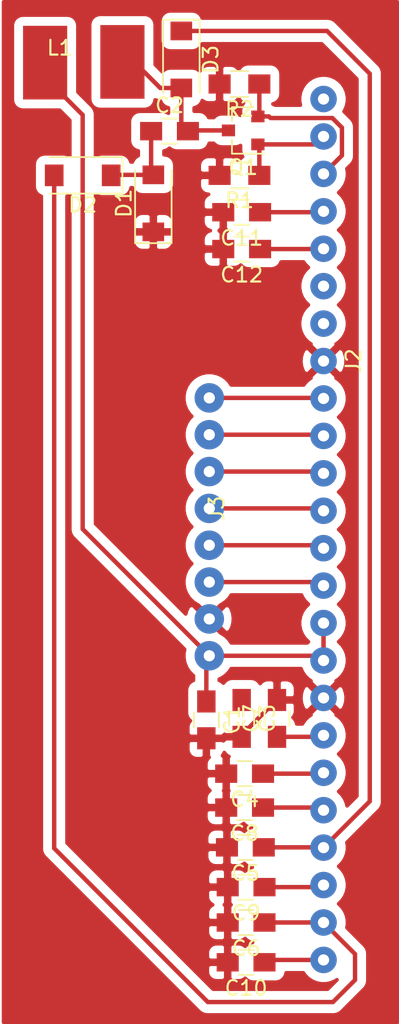
<source format=kicad_pcb>
(kicad_pcb (version 20171130) (host pcbnew 5.1.2-f72e74a~84~ubuntu18.04.1)

  (general
    (thickness 1.6)
    (drawings 0)
    (tracks 75)
    (zones 0)
    (modules 21)
    (nets 25)
  )

  (page A4)
  (layers
    (0 F.Cu signal)
    (31 B.Cu signal)
    (32 B.Adhes user)
    (33 F.Adhes user)
    (34 B.Paste user)
    (35 F.Paste user)
    (36 B.SilkS user)
    (37 F.SilkS user)
    (38 B.Mask user)
    (39 F.Mask user)
    (40 Dwgs.User user)
    (41 Cmts.User user)
    (42 Eco1.User user)
    (43 Eco2.User user)
    (44 Edge.Cuts user)
    (45 Margin user)
    (46 B.CrtYd user)
    (47 F.CrtYd user)
    (48 B.Fab user)
    (49 F.Fab user)
  )

  (setup
    (last_trace_width 0.3)
    (trace_clearance 0.2)
    (zone_clearance 0.6)
    (zone_45_only no)
    (trace_min 0.2)
    (via_size 0.8)
    (via_drill 0.4)
    (via_min_size 0.4)
    (via_min_drill 0.3)
    (uvia_size 0.3)
    (uvia_drill 0.1)
    (uvias_allowed no)
    (uvia_min_size 0.2)
    (uvia_min_drill 0.1)
    (edge_width 0.05)
    (segment_width 0.2)
    (pcb_text_width 0.3)
    (pcb_text_size 1.5 1.5)
    (mod_edge_width 0.12)
    (mod_text_size 1 1)
    (mod_text_width 0.15)
    (pad_size 1.524 1.524)
    (pad_drill 0.762)
    (pad_to_mask_clearance 0.051)
    (solder_mask_min_width 0.25)
    (aux_axis_origin 0 0)
    (visible_elements FFFFFF7F)
    (pcbplotparams
      (layerselection 0x00000_7fffffff)
      (usegerberextensions false)
      (usegerberattributes false)
      (usegerberadvancedattributes false)
      (creategerberjobfile false)
      (excludeedgelayer true)
      (linewidth 0.100000)
      (plotframeref false)
      (viasonmask false)
      (mode 1)
      (useauxorigin false)
      (hpglpennumber 1)
      (hpglpenspeed 20)
      (hpglpendiameter 15.000000)
      (psnegative false)
      (psa4output false)
      (plotreference true)
      (plotvalue true)
      (plotinvisibletext false)
      (padsonsilk false)
      (subtractmaskfromsilk false)
      (outputformat 5)
      (mirror true)
      (drillshape 0)
      (scaleselection 1)
      (outputdirectory ""))
  )

  (net 0 "")
  (net 1 gnd)
  (net 2 "Net-(C2-Pad2)")
  (net 3 "Net-(C2-Pad1)")
  (net 4 prevgl)
  (net 5 prevgh)
  (net 6 rese)
  (net 7 gdr)
  (net 8 vcc)
  (net 9 "Net-(C4-Pad1)")
  (net 10 "Net-(C7-Pad1)")
  (net 11 "Net-(C8-Pad1)")
  (net 12 "Net-(C9-Pad1)")
  (net 13 "Net-(C10-Pad1)")
  (net 14 "Net-(C11-Pad1)")
  (net 15 "Net-(C12-Pad1)")
  (net 16 "Net-(J2-Pad1)")
  (net 17 "Net-(J2-Pad6)")
  (net 18 "Net-(J2-Pad7)")
  (net 19 busy)
  (net 20 rst)
  (net 21 d.c)
  (net 22 cs)
  (net 23 sclk)
  (net 24 sdi)

  (net_class Default "This is the default net class."
    (clearance 0.2)
    (trace_width 0.3)
    (via_dia 0.8)
    (via_drill 0.4)
    (uvia_dia 0.3)
    (uvia_drill 0.1)
    (add_net "Net-(C10-Pad1)")
    (add_net "Net-(C11-Pad1)")
    (add_net "Net-(C12-Pad1)")
    (add_net "Net-(C2-Pad1)")
    (add_net "Net-(C2-Pad2)")
    (add_net "Net-(C4-Pad1)")
    (add_net "Net-(C7-Pad1)")
    (add_net "Net-(C8-Pad1)")
    (add_net "Net-(C9-Pad1)")
    (add_net "Net-(J2-Pad1)")
    (add_net "Net-(J2-Pad6)")
    (add_net "Net-(J2-Pad7)")
    (add_net busy)
    (add_net cs)
    (add_net d.c)
    (add_net gdr)
    (add_net gnd)
    (add_net prevgh)
    (add_net prevgl)
    (add_net rese)
    (add_net rst)
    (add_net sclk)
    (add_net sdi)
    (add_net vcc)
  )

  (module Resistors_SMD:R_0805_HandSoldering (layer F.Cu) (tedit 58E0A804) (tstamp 5D09E09C)
    (at 150.65 63.2 180)
    (descr "Resistor SMD 0805, hand soldering")
    (tags "resistor 0805")
    (path /5D09F079)
    (attr smd)
    (fp_text reference R2 (at 0 -1.7) (layer F.SilkS)
      (effects (font (size 1 1) (thickness 0.15)))
    )
    (fp_text value R (at 0 1.75) (layer F.Fab)
      (effects (font (size 1 1) (thickness 0.15)))
    )
    (fp_text user %R (at 0 0) (layer F.Fab)
      (effects (font (size 0.5 0.5) (thickness 0.075)))
    )
    (fp_line (start -1 0.62) (end -1 -0.62) (layer F.Fab) (width 0.1))
    (fp_line (start 1 0.62) (end -1 0.62) (layer F.Fab) (width 0.1))
    (fp_line (start 1 -0.62) (end 1 0.62) (layer F.Fab) (width 0.1))
    (fp_line (start -1 -0.62) (end 1 -0.62) (layer F.Fab) (width 0.1))
    (fp_line (start 0.6 0.88) (end -0.6 0.88) (layer F.SilkS) (width 0.12))
    (fp_line (start -0.6 -0.88) (end 0.6 -0.88) (layer F.SilkS) (width 0.12))
    (fp_line (start -2.35 -0.9) (end 2.35 -0.9) (layer F.CrtYd) (width 0.05))
    (fp_line (start -2.35 -0.9) (end -2.35 0.9) (layer F.CrtYd) (width 0.05))
    (fp_line (start 2.35 0.9) (end 2.35 -0.9) (layer F.CrtYd) (width 0.05))
    (fp_line (start 2.35 0.9) (end -2.35 0.9) (layer F.CrtYd) (width 0.05))
    (pad 1 smd rect (at -1.35 0 180) (size 1.5 1.3) (layers F.Cu F.Paste F.Mask)
      (net 6 rese))
    (pad 2 smd rect (at 1.35 0 180) (size 1.5 1.3) (layers F.Cu F.Paste F.Mask)
      (net 1 gnd))
    (model ${KISYS3DMOD}/Resistors_SMD.3dshapes/R_0805.wrl
      (at (xyz 0 0 0))
      (scale (xyz 1 1 1))
      (rotate (xyz 0 0 0))
    )
  )

  (module Resistors_SMD:R_0805_HandSoldering (layer F.Cu) (tedit 58E0A804) (tstamp 5D09E099)
    (at 150.65 69.4 180)
    (descr "Resistor SMD 0805, hand soldering")
    (tags "resistor 0805")
    (path /5D09E9BF)
    (attr smd)
    (fp_text reference R1 (at 0 -1.7) (layer F.SilkS)
      (effects (font (size 1 1) (thickness 0.15)))
    )
    (fp_text value R (at 0 1.75) (layer F.Fab)
      (effects (font (size 1 1) (thickness 0.15)))
    )
    (fp_text user %R (at 0 0) (layer F.Fab)
      (effects (font (size 0.5 0.5) (thickness 0.075)))
    )
    (fp_line (start -1 0.62) (end -1 -0.62) (layer F.Fab) (width 0.1))
    (fp_line (start 1 0.62) (end -1 0.62) (layer F.Fab) (width 0.1))
    (fp_line (start 1 -0.62) (end 1 0.62) (layer F.Fab) (width 0.1))
    (fp_line (start -1 -0.62) (end 1 -0.62) (layer F.Fab) (width 0.1))
    (fp_line (start 0.6 0.88) (end -0.6 0.88) (layer F.SilkS) (width 0.12))
    (fp_line (start -0.6 -0.88) (end 0.6 -0.88) (layer F.SilkS) (width 0.12))
    (fp_line (start -2.35 -0.9) (end 2.35 -0.9) (layer F.CrtYd) (width 0.05))
    (fp_line (start -2.35 -0.9) (end -2.35 0.9) (layer F.CrtYd) (width 0.05))
    (fp_line (start 2.35 0.9) (end 2.35 -0.9) (layer F.CrtYd) (width 0.05))
    (fp_line (start 2.35 0.9) (end -2.35 0.9) (layer F.CrtYd) (width 0.05))
    (pad 1 smd rect (at -1.35 0 180) (size 1.5 1.3) (layers F.Cu F.Paste F.Mask)
      (net 7 gdr))
    (pad 2 smd rect (at 1.35 0 180) (size 1.5 1.3) (layers F.Cu F.Paste F.Mask)
      (net 1 gnd))
    (model ${KISYS3DMOD}/Resistors_SMD.3dshapes/R_0805.wrl
      (at (xyz 0 0 0))
      (scale (xyz 1 1 1))
      (rotate (xyz 0 0 0))
    )
  )

  (module TO_SOT_Packages_SMD:SOT-23 (layer F.Cu) (tedit 58CE4E7E) (tstamp 5D09E096)
    (at 150.9 66.35 180)
    (descr "SOT-23, Standard")
    (tags SOT-23)
    (path /5D09C324)
    (attr smd)
    (fp_text reference Q1 (at 0 -2.5) (layer F.SilkS)
      (effects (font (size 1 1) (thickness 0.15)))
    )
    (fp_text value 2N7000 (at 0 2.5) (layer F.Fab)
      (effects (font (size 1 1) (thickness 0.15)))
    )
    (fp_text user %R (at 0 0) (layer F.Fab)
      (effects (font (size 0.5 0.5) (thickness 0.075)))
    )
    (fp_line (start -0.7 -0.95) (end -0.7 1.5) (layer F.Fab) (width 0.1))
    (fp_line (start -0.15 -1.52) (end 0.7 -1.52) (layer F.Fab) (width 0.1))
    (fp_line (start -0.7 -0.95) (end -0.15 -1.52) (layer F.Fab) (width 0.1))
    (fp_line (start 0.7 -1.52) (end 0.7 1.52) (layer F.Fab) (width 0.1))
    (fp_line (start -0.7 1.52) (end 0.7 1.52) (layer F.Fab) (width 0.1))
    (fp_line (start 0.76 1.58) (end 0.76 0.65) (layer F.SilkS) (width 0.12))
    (fp_line (start 0.76 -1.58) (end 0.76 -0.65) (layer F.SilkS) (width 0.12))
    (fp_line (start -1.7 -1.75) (end 1.7 -1.75) (layer F.CrtYd) (width 0.05))
    (fp_line (start 1.7 -1.75) (end 1.7 1.75) (layer F.CrtYd) (width 0.05))
    (fp_line (start 1.7 1.75) (end -1.7 1.75) (layer F.CrtYd) (width 0.05))
    (fp_line (start -1.7 1.75) (end -1.7 -1.75) (layer F.CrtYd) (width 0.05))
    (fp_line (start 0.76 -1.58) (end -1.4 -1.58) (layer F.SilkS) (width 0.12))
    (fp_line (start 0.76 1.58) (end -0.7 1.58) (layer F.SilkS) (width 0.12))
    (pad 1 smd rect (at -1 -0.95 180) (size 0.9 0.8) (layers F.Cu F.Paste F.Mask)
      (net 7 gdr))
    (pad 2 smd rect (at -1 0.95 180) (size 0.9 0.8) (layers F.Cu F.Paste F.Mask)
      (net 6 rese))
    (pad 3 smd rect (at 1 0 180) (size 0.9 0.8) (layers F.Cu F.Paste F.Mask)
      (net 2 "Net-(C2-Pad2)"))
    (model ${KISYS3DMOD}/TO_SOT_Packages_SMD.3dshapes/SOT-23.wrl
      (at (xyz 0 0 0))
      (scale (xyz 1 1 1))
      (rotate (xyz 0 0 0))
    )
  )

  (module otp:inductorsmd (layer F.Cu) (tedit 5D08DA7F) (tstamp 5D09E093)
    (at 138.45 60.25)
    (path /5D09D7CE)
    (fp_text reference L1 (at 0 0.5) (layer F.SilkS)
      (effects (font (size 1 1) (thickness 0.15)))
    )
    (fp_text value INDUCTOR (at -0.25 -0.5) (layer F.Fab)
      (effects (font (size 1 1) (thickness 0.15)))
    )
    (pad 2 smd rect (at 4.25 1.45) (size 3 5) (layers F.Cu F.Paste F.Mask)
      (net 2 "Net-(C2-Pad2)"))
    (pad 1 smd rect (at -1 1.5) (size 3 5) (layers F.Cu F.Paste F.Mask)
      (net 8 vcc))
  )

  (module millk:conn8 (layer F.Cu) (tedit 5CCA7A49) (tstamp 5D09E08D)
    (at 148.6 92 90)
    (path /5D0D1C66)
    (fp_text reference J3 (at 0 0.5 90) (layer F.SilkS)
      (effects (font (size 1 1) (thickness 0.15)))
    )
    (fp_text value Conn_01x08_Female (at 0 -0.5 90) (layer F.Fab)
      (effects (font (size 1 1) (thickness 0.15)))
    )
    (pad 8 thru_hole circle (at 7.5 0 90) (size 2 2) (drill 0.762) (layers *.Cu *.Mask)
      (net 19 busy))
    (pad 7 thru_hole circle (at 5 0 90) (size 2 2) (drill 0.762) (layers *.Cu *.Mask)
      (net 20 rst))
    (pad 6 thru_hole circle (at 2.5 0 90) (size 2 2) (drill 0.762) (layers *.Cu *.Mask)
      (net 21 d.c))
    (pad 5 thru_hole circle (at 0 0 90) (size 2 2) (drill 0.762) (layers *.Cu *.Mask)
      (net 22 cs))
    (pad 4 thru_hole circle (at -2.5 0 90) (size 2 2) (drill 0.762) (layers *.Cu *.Mask)
      (net 23 sclk))
    (pad 3 thru_hole circle (at -5 0 90) (size 2 2) (drill 0.762) (layers *.Cu *.Mask)
      (net 24 sdi))
    (pad 2 thru_hole circle (at -7.5 0 90) (size 2 2) (drill 0.762) (layers *.Cu *.Mask)
      (net 1 gnd))
    (pad 1 thru_hole circle (at -10 0 90) (size 2 2) (drill 0.762) (layers *.Cu *.Mask)
      (net 8 vcc))
  )

  (module otp:conn_24 (layer F.Cu) (tedit 5CF2246B) (tstamp 5D09E081)
    (at 158.9 82 270)
    (path /5D0C176B)
    (fp_text reference J2 (at 0 0.5 90) (layer F.SilkS)
      (effects (font (size 1 1) (thickness 0.15)))
    )
    (fp_text value otp_FPC24 (at 0 -0.5 90) (layer F.Fab)
      (effects (font (size 1 1) (thickness 0.15)))
    )
    (pad 24 thru_hole circle (at 40.64 2.54 270) (size 1.8 1.8) (drill 0.762) (layers *.Cu *.Mask)
      (net 13 "Net-(C10-Pad1)"))
    (pad 23 thru_hole circle (at 38.1 2.54 270) (size 1.8 1.8) (drill 0.762) (layers *.Cu *.Mask)
      (net 4 prevgl))
    (pad 22 thru_hole circle (at 35.56 2.54 270) (size 1.8 1.8) (drill 0.762) (layers *.Cu *.Mask)
      (net 12 "Net-(C9-Pad1)"))
    (pad 21 thru_hole circle (at 33.02 2.54 270) (size 1.8 1.8) (drill 0.762) (layers *.Cu *.Mask)
      (net 5 prevgh))
    (pad 20 thru_hole circle (at 30.48 2.54 270) (size 1.8 1.8) (drill 0.762) (layers *.Cu *.Mask)
      (net 11 "Net-(C8-Pad1)"))
    (pad 19 thru_hole circle (at 27.94 2.54 270) (size 1.8 1.8) (drill 0.762) (layers *.Cu *.Mask)
      (net 9 "Net-(C4-Pad1)"))
    (pad 18 thru_hole circle (at 25.4 2.54 270) (size 1.8 1.8) (drill 0.762) (layers *.Cu *.Mask)
      (net 10 "Net-(C7-Pad1)"))
    (pad 17 thru_hole circle (at 22.86 2.54 270) (size 1.8 1.8) (drill 0.762) (layers *.Cu *.Mask)
      (net 1 gnd))
    (pad 16 thru_hole circle (at 20.32 2.54 270) (size 1.8 1.8) (drill 0.762) (layers *.Cu *.Mask)
      (net 8 vcc))
    (pad 15 thru_hole circle (at 17.78 2.54 270) (size 1.8 1.8) (drill 0.762) (layers *.Cu *.Mask)
      (net 8 vcc))
    (pad 14 thru_hole circle (at 15.24 2.54 270) (size 1.8 1.8) (drill 0.762) (layers *.Cu *.Mask)
      (net 24 sdi))
    (pad 13 thru_hole circle (at 12.7 2.54 270) (size 1.8 1.8) (drill 0.762) (layers *.Cu *.Mask)
      (net 23 sclk))
    (pad 12 thru_hole circle (at 10.16 2.54 270) (size 1.8 1.8) (drill 0.762) (layers *.Cu *.Mask)
      (net 22 cs))
    (pad 11 thru_hole circle (at 7.62 2.54 270) (size 1.8 1.8) (drill 0.762) (layers *.Cu *.Mask)
      (net 21 d.c))
    (pad 10 thru_hole circle (at 5.08 2.54 270) (size 1.8 1.8) (drill 0.762) (layers *.Cu *.Mask)
      (net 20 rst))
    (pad 9 thru_hole circle (at 2.54 2.54 270) (size 1.8 1.8) (drill 0.762) (layers *.Cu *.Mask)
      (net 19 busy))
    (pad 8 thru_hole circle (at 0 2.54 270) (size 1.8 1.8) (drill 0.762) (layers *.Cu *.Mask)
      (net 1 gnd))
    (pad 7 thru_hole circle (at -2.54 2.54 270) (size 1.8 1.8) (drill 0.762) (layers *.Cu *.Mask)
      (net 18 "Net-(J2-Pad7)"))
    (pad 6 thru_hole circle (at -5.08 2.54 270) (size 1.8 1.8) (drill 0.762) (layers *.Cu *.Mask)
      (net 17 "Net-(J2-Pad6)"))
    (pad 5 thru_hole circle (at -7.62 2.54 270) (size 1.8 1.8) (drill 0.762) (layers *.Cu *.Mask)
      (net 15 "Net-(C12-Pad1)"))
    (pad 4 thru_hole circle (at -10.16 2.54 270) (size 1.8 1.8) (drill 0.762) (layers *.Cu *.Mask)
      (net 14 "Net-(C11-Pad1)"))
    (pad 3 thru_hole circle (at -12.7 2.54 270) (size 1.8 1.8) (drill 0.762) (layers *.Cu *.Mask)
      (net 6 rese))
    (pad 2 thru_hole circle (at -15.24 2.54 270) (size 1.8 1.8) (drill 0.762) (layers *.Cu *.Mask)
      (net 7 gdr))
    (pad 1 thru_hole circle (at -17.78 2.54 270) (size 1.8 1.8) (drill 0.762) (layers *.Cu *.Mask)
      (net 16 "Net-(J2-Pad1)"))
  )

  (module Diodes_SMD:D_2010 (layer F.Cu) (tedit 590CF099) (tstamp 5D09E065)
    (at 146.7 61.535 270)
    (descr "Diode SMD 2010, reflow soldering http://datasheets.avx.com/schottky.pdf")
    (tags "Diode 2010")
    (path /5D099A19)
    (attr smd)
    (fp_text reference D3 (at 0 -2 90) (layer F.SilkS)
      (effects (font (size 1 1) (thickness 0.15)))
    )
    (fp_text value MBR0530 (at 0 2.1 90) (layer F.Fab)
      (effects (font (size 1 1) (thickness 0.15)))
    )
    (fp_text user %R (at 0 -2 90) (layer F.Fab)
      (effects (font (size 1 1) (thickness 0.15)))
    )
    (fp_line (start -2.7 -1.24) (end -2.7 1.24) (layer F.SilkS) (width 0.12))
    (fp_line (start 2.25 1.1) (end -2.25 1.1) (layer F.Fab) (width 0.1))
    (fp_line (start -2.25 1.1) (end -2.25 -1.1) (layer F.Fab) (width 0.1))
    (fp_line (start 2.25 -1.1) (end 2.25 1.1) (layer F.Fab) (width 0.1))
    (fp_line (start 2.25 -1.1) (end -2.25 -1.1) (layer F.Fab) (width 0.1))
    (fp_line (start -2.81 -1.35) (end 2.81 -1.35) (layer F.CrtYd) (width 0.05))
    (fp_line (start -2.81 1.35) (end -2.81 -1.35) (layer F.CrtYd) (width 0.05))
    (fp_line (start -0.64944 0) (end -1.24 0) (layer F.Fab) (width 0.1))
    (fp_line (start 0.50118 0) (end 1.4994 0) (layer F.Fab) (width 0.1))
    (fp_line (start -0.64944 -0.79908) (end -0.64944 0.80112) (layer F.Fab) (width 0.1))
    (fp_line (start 0.50118 0.75032) (end 0.50118 -0.79908) (layer F.Fab) (width 0.1))
    (fp_line (start -0.64944 0) (end 0.50118 0.75032) (layer F.Fab) (width 0.1))
    (fp_line (start -0.64944 0) (end 0.50118 -0.79908) (layer F.Fab) (width 0.1))
    (fp_line (start -2.7 -1.24) (end 2.25 -1.24) (layer F.SilkS) (width 0.12))
    (fp_line (start -2.7 1.24) (end 2.25 1.24) (layer F.SilkS) (width 0.12))
    (fp_line (start 2.81 1.35) (end 2.81 -1.35) (layer F.CrtYd) (width 0.05))
    (fp_line (start -2.81 1.35) (end 2.81 1.35) (layer F.CrtYd) (width 0.05))
    (pad 1 smd rect (at -1.935 0 270) (size 1.27 1.47) (layers F.Cu F.Paste F.Mask)
      (net 5 prevgh))
    (pad 2 smd rect (at 1.935 0 270) (size 1.27 1.47) (layers F.Cu F.Paste F.Mask)
      (net 2 "Net-(C2-Pad2)"))
    (model ${KISYS3DMOD}/Diodes_SMD.3dshapes/D_2010.wrl
      (at (xyz 0 0 0))
      (scale (xyz 1 1 1))
      (rotate (xyz 0 0 0))
    )
  )

  (module Diodes_SMD:D_2010 (layer F.Cu) (tedit 590CF099) (tstamp 5D09E062)
    (at 140 69.4 180)
    (descr "Diode SMD 2010, reflow soldering http://datasheets.avx.com/schottky.pdf")
    (tags "Diode 2010")
    (path /5D0965C0)
    (attr smd)
    (fp_text reference D2 (at 0 -2) (layer F.SilkS)
      (effects (font (size 1 1) (thickness 0.15)))
    )
    (fp_text value MBR0530 (at 0 2.1) (layer F.Fab)
      (effects (font (size 1 1) (thickness 0.15)))
    )
    (fp_text user %R (at 0 -2) (layer F.Fab)
      (effects (font (size 1 1) (thickness 0.15)))
    )
    (fp_line (start -2.7 -1.24) (end -2.7 1.24) (layer F.SilkS) (width 0.12))
    (fp_line (start 2.25 1.1) (end -2.25 1.1) (layer F.Fab) (width 0.1))
    (fp_line (start -2.25 1.1) (end -2.25 -1.1) (layer F.Fab) (width 0.1))
    (fp_line (start 2.25 -1.1) (end 2.25 1.1) (layer F.Fab) (width 0.1))
    (fp_line (start 2.25 -1.1) (end -2.25 -1.1) (layer F.Fab) (width 0.1))
    (fp_line (start -2.81 -1.35) (end 2.81 -1.35) (layer F.CrtYd) (width 0.05))
    (fp_line (start -2.81 1.35) (end -2.81 -1.35) (layer F.CrtYd) (width 0.05))
    (fp_line (start -0.64944 0) (end -1.24 0) (layer F.Fab) (width 0.1))
    (fp_line (start 0.50118 0) (end 1.4994 0) (layer F.Fab) (width 0.1))
    (fp_line (start -0.64944 -0.79908) (end -0.64944 0.80112) (layer F.Fab) (width 0.1))
    (fp_line (start 0.50118 0.75032) (end 0.50118 -0.79908) (layer F.Fab) (width 0.1))
    (fp_line (start -0.64944 0) (end 0.50118 0.75032) (layer F.Fab) (width 0.1))
    (fp_line (start -0.64944 0) (end 0.50118 -0.79908) (layer F.Fab) (width 0.1))
    (fp_line (start -2.7 -1.24) (end 2.25 -1.24) (layer F.SilkS) (width 0.12))
    (fp_line (start -2.7 1.24) (end 2.25 1.24) (layer F.SilkS) (width 0.12))
    (fp_line (start 2.81 1.35) (end 2.81 -1.35) (layer F.CrtYd) (width 0.05))
    (fp_line (start -2.81 1.35) (end 2.81 1.35) (layer F.CrtYd) (width 0.05))
    (pad 1 smd rect (at -1.935 0 180) (size 1.27 1.47) (layers F.Cu F.Paste F.Mask)
      (net 3 "Net-(C2-Pad1)"))
    (pad 2 smd rect (at 1.935 0 180) (size 1.27 1.47) (layers F.Cu F.Paste F.Mask)
      (net 4 prevgl))
    (model ${KISYS3DMOD}/Diodes_SMD.3dshapes/D_2010.wrl
      (at (xyz 0 0 0))
      (scale (xyz 1 1 1))
      (rotate (xyz 0 0 0))
    )
  )

  (module Diodes_SMD:D_2010 (layer F.Cu) (tedit 590CF099) (tstamp 5D09E05F)
    (at 144.8 71.3 90)
    (descr "Diode SMD 2010, reflow soldering http://datasheets.avx.com/schottky.pdf")
    (tags "Diode 2010")
    (path /5D098C65)
    (attr smd)
    (fp_text reference D1 (at 0 -2 90) (layer F.SilkS)
      (effects (font (size 1 1) (thickness 0.15)))
    )
    (fp_text value MBR0530 (at 0 2.1 90) (layer F.Fab)
      (effects (font (size 1 1) (thickness 0.15)))
    )
    (fp_text user %R (at 0 -2 90) (layer F.Fab)
      (effects (font (size 1 1) (thickness 0.15)))
    )
    (fp_line (start -2.7 -1.24) (end -2.7 1.24) (layer F.SilkS) (width 0.12))
    (fp_line (start 2.25 1.1) (end -2.25 1.1) (layer F.Fab) (width 0.1))
    (fp_line (start -2.25 1.1) (end -2.25 -1.1) (layer F.Fab) (width 0.1))
    (fp_line (start 2.25 -1.1) (end 2.25 1.1) (layer F.Fab) (width 0.1))
    (fp_line (start 2.25 -1.1) (end -2.25 -1.1) (layer F.Fab) (width 0.1))
    (fp_line (start -2.81 -1.35) (end 2.81 -1.35) (layer F.CrtYd) (width 0.05))
    (fp_line (start -2.81 1.35) (end -2.81 -1.35) (layer F.CrtYd) (width 0.05))
    (fp_line (start -0.64944 0) (end -1.24 0) (layer F.Fab) (width 0.1))
    (fp_line (start 0.50118 0) (end 1.4994 0) (layer F.Fab) (width 0.1))
    (fp_line (start -0.64944 -0.79908) (end -0.64944 0.80112) (layer F.Fab) (width 0.1))
    (fp_line (start 0.50118 0.75032) (end 0.50118 -0.79908) (layer F.Fab) (width 0.1))
    (fp_line (start -0.64944 0) (end 0.50118 0.75032) (layer F.Fab) (width 0.1))
    (fp_line (start -0.64944 0) (end 0.50118 -0.79908) (layer F.Fab) (width 0.1))
    (fp_line (start -2.7 -1.24) (end 2.25 -1.24) (layer F.SilkS) (width 0.12))
    (fp_line (start -2.7 1.24) (end 2.25 1.24) (layer F.SilkS) (width 0.12))
    (fp_line (start 2.81 1.35) (end 2.81 -1.35) (layer F.CrtYd) (width 0.05))
    (fp_line (start -2.81 1.35) (end 2.81 1.35) (layer F.CrtYd) (width 0.05))
    (pad 1 smd rect (at -1.935 0 90) (size 1.27 1.47) (layers F.Cu F.Paste F.Mask)
      (net 1 gnd))
    (pad 2 smd rect (at 1.935 0 90) (size 1.27 1.47) (layers F.Cu F.Paste F.Mask)
      (net 3 "Net-(C2-Pad1)"))
    (model ${KISYS3DMOD}/Diodes_SMD.3dshapes/D_2010.wrl
      (at (xyz 0 0 0))
      (scale (xyz 1 1 1))
      (rotate (xyz 0 0 0))
    )
  )

  (module Capacitors_SMD:C_0805_HandSoldering (layer F.Cu) (tedit 58AA84A8) (tstamp 5D09E05C)
    (at 150.8 74.4 180)
    (descr "Capacitor SMD 0805, hand soldering")
    (tags "capacitor 0805")
    (path /5D0D6E05)
    (attr smd)
    (fp_text reference C12 (at 0 -1.75) (layer F.SilkS)
      (effects (font (size 1 1) (thickness 0.15)))
    )
    (fp_text value C (at 0 1.75) (layer F.Fab)
      (effects (font (size 1 1) (thickness 0.15)))
    )
    (fp_text user %R (at 0 -1.75) (layer F.Fab)
      (effects (font (size 1 1) (thickness 0.15)))
    )
    (fp_line (start -1 0.62) (end -1 -0.62) (layer F.Fab) (width 0.1))
    (fp_line (start 1 0.62) (end -1 0.62) (layer F.Fab) (width 0.1))
    (fp_line (start 1 -0.62) (end 1 0.62) (layer F.Fab) (width 0.1))
    (fp_line (start -1 -0.62) (end 1 -0.62) (layer F.Fab) (width 0.1))
    (fp_line (start 0.5 -0.85) (end -0.5 -0.85) (layer F.SilkS) (width 0.12))
    (fp_line (start -0.5 0.85) (end 0.5 0.85) (layer F.SilkS) (width 0.12))
    (fp_line (start -2.25 -0.88) (end 2.25 -0.88) (layer F.CrtYd) (width 0.05))
    (fp_line (start -2.25 -0.88) (end -2.25 0.87) (layer F.CrtYd) (width 0.05))
    (fp_line (start 2.25 0.87) (end 2.25 -0.88) (layer F.CrtYd) (width 0.05))
    (fp_line (start 2.25 0.87) (end -2.25 0.87) (layer F.CrtYd) (width 0.05))
    (pad 1 smd rect (at -1.25 0 180) (size 1.5 1.25) (layers F.Cu F.Paste F.Mask)
      (net 15 "Net-(C12-Pad1)"))
    (pad 2 smd rect (at 1.25 0 180) (size 1.5 1.25) (layers F.Cu F.Paste F.Mask)
      (net 1 gnd))
    (model Capacitors_SMD.3dshapes/C_0805.wrl
      (at (xyz 0 0 0))
      (scale (xyz 1 1 1))
      (rotate (xyz 0 0 0))
    )
  )

  (module Capacitors_SMD:C_0805_HandSoldering (layer F.Cu) (tedit 58AA84A8) (tstamp 5D09E059)
    (at 150.8 71.9 180)
    (descr "Capacitor SMD 0805, hand soldering")
    (tags "capacitor 0805")
    (path /5D0D7C9E)
    (attr smd)
    (fp_text reference C11 (at 0 -1.75) (layer F.SilkS)
      (effects (font (size 1 1) (thickness 0.15)))
    )
    (fp_text value C (at 0 1.75) (layer F.Fab)
      (effects (font (size 1 1) (thickness 0.15)))
    )
    (fp_text user %R (at 0 -1.75) (layer F.Fab)
      (effects (font (size 1 1) (thickness 0.15)))
    )
    (fp_line (start -1 0.62) (end -1 -0.62) (layer F.Fab) (width 0.1))
    (fp_line (start 1 0.62) (end -1 0.62) (layer F.Fab) (width 0.1))
    (fp_line (start 1 -0.62) (end 1 0.62) (layer F.Fab) (width 0.1))
    (fp_line (start -1 -0.62) (end 1 -0.62) (layer F.Fab) (width 0.1))
    (fp_line (start 0.5 -0.85) (end -0.5 -0.85) (layer F.SilkS) (width 0.12))
    (fp_line (start -0.5 0.85) (end 0.5 0.85) (layer F.SilkS) (width 0.12))
    (fp_line (start -2.25 -0.88) (end 2.25 -0.88) (layer F.CrtYd) (width 0.05))
    (fp_line (start -2.25 -0.88) (end -2.25 0.87) (layer F.CrtYd) (width 0.05))
    (fp_line (start 2.25 0.87) (end 2.25 -0.88) (layer F.CrtYd) (width 0.05))
    (fp_line (start 2.25 0.87) (end -2.25 0.87) (layer F.CrtYd) (width 0.05))
    (pad 1 smd rect (at -1.25 0 180) (size 1.5 1.25) (layers F.Cu F.Paste F.Mask)
      (net 14 "Net-(C11-Pad1)"))
    (pad 2 smd rect (at 1.25 0 180) (size 1.5 1.25) (layers F.Cu F.Paste F.Mask)
      (net 1 gnd))
    (model Capacitors_SMD.3dshapes/C_0805.wrl
      (at (xyz 0 0 0))
      (scale (xyz 1 1 1))
      (rotate (xyz 0 0 0))
    )
  )

  (module Capacitors_SMD:C_0805_HandSoldering (layer F.Cu) (tedit 58AA84A8) (tstamp 5D09E056)
    (at 151.1 122.8 180)
    (descr "Capacitor SMD 0805, hand soldering")
    (tags "capacitor 0805")
    (path /5D0C2A8B)
    (attr smd)
    (fp_text reference C10 (at 0 -1.75) (layer F.SilkS)
      (effects (font (size 1 1) (thickness 0.15)))
    )
    (fp_text value C (at 0 1.75) (layer F.Fab)
      (effects (font (size 1 1) (thickness 0.15)))
    )
    (fp_text user %R (at 0 -1.75) (layer F.Fab)
      (effects (font (size 1 1) (thickness 0.15)))
    )
    (fp_line (start -1 0.62) (end -1 -0.62) (layer F.Fab) (width 0.1))
    (fp_line (start 1 0.62) (end -1 0.62) (layer F.Fab) (width 0.1))
    (fp_line (start 1 -0.62) (end 1 0.62) (layer F.Fab) (width 0.1))
    (fp_line (start -1 -0.62) (end 1 -0.62) (layer F.Fab) (width 0.1))
    (fp_line (start 0.5 -0.85) (end -0.5 -0.85) (layer F.SilkS) (width 0.12))
    (fp_line (start -0.5 0.85) (end 0.5 0.85) (layer F.SilkS) (width 0.12))
    (fp_line (start -2.25 -0.88) (end 2.25 -0.88) (layer F.CrtYd) (width 0.05))
    (fp_line (start -2.25 -0.88) (end -2.25 0.87) (layer F.CrtYd) (width 0.05))
    (fp_line (start 2.25 0.87) (end 2.25 -0.88) (layer F.CrtYd) (width 0.05))
    (fp_line (start 2.25 0.87) (end -2.25 0.87) (layer F.CrtYd) (width 0.05))
    (pad 1 smd rect (at -1.25 0 180) (size 1.5 1.25) (layers F.Cu F.Paste F.Mask)
      (net 13 "Net-(C10-Pad1)"))
    (pad 2 smd rect (at 1.25 0 180) (size 1.5 1.25) (layers F.Cu F.Paste F.Mask)
      (net 1 gnd))
    (model Capacitors_SMD.3dshapes/C_0805.wrl
      (at (xyz 0 0 0))
      (scale (xyz 1 1 1))
      (rotate (xyz 0 0 0))
    )
  )

  (module Capacitors_SMD:C_0805_HandSoldering (layer F.Cu) (tedit 58AA84A8) (tstamp 5D09E053)
    (at 151.1 117.7 180)
    (descr "Capacitor SMD 0805, hand soldering")
    (tags "capacitor 0805")
    (path /5D0C3CCF)
    (attr smd)
    (fp_text reference C9 (at 0 -1.75) (layer F.SilkS)
      (effects (font (size 1 1) (thickness 0.15)))
    )
    (fp_text value C (at 0 1.75) (layer F.Fab)
      (effects (font (size 1 1) (thickness 0.15)))
    )
    (fp_text user %R (at 0 -1.75) (layer F.Fab)
      (effects (font (size 1 1) (thickness 0.15)))
    )
    (fp_line (start -1 0.62) (end -1 -0.62) (layer F.Fab) (width 0.1))
    (fp_line (start 1 0.62) (end -1 0.62) (layer F.Fab) (width 0.1))
    (fp_line (start 1 -0.62) (end 1 0.62) (layer F.Fab) (width 0.1))
    (fp_line (start -1 -0.62) (end 1 -0.62) (layer F.Fab) (width 0.1))
    (fp_line (start 0.5 -0.85) (end -0.5 -0.85) (layer F.SilkS) (width 0.12))
    (fp_line (start -0.5 0.85) (end 0.5 0.85) (layer F.SilkS) (width 0.12))
    (fp_line (start -2.25 -0.88) (end 2.25 -0.88) (layer F.CrtYd) (width 0.05))
    (fp_line (start -2.25 -0.88) (end -2.25 0.87) (layer F.CrtYd) (width 0.05))
    (fp_line (start 2.25 0.87) (end 2.25 -0.88) (layer F.CrtYd) (width 0.05))
    (fp_line (start 2.25 0.87) (end -2.25 0.87) (layer F.CrtYd) (width 0.05))
    (pad 1 smd rect (at -1.25 0 180) (size 1.5 1.25) (layers F.Cu F.Paste F.Mask)
      (net 12 "Net-(C9-Pad1)"))
    (pad 2 smd rect (at 1.25 0 180) (size 1.5 1.25) (layers F.Cu F.Paste F.Mask)
      (net 1 gnd))
    (model Capacitors_SMD.3dshapes/C_0805.wrl
      (at (xyz 0 0 0))
      (scale (xyz 1 1 1))
      (rotate (xyz 0 0 0))
    )
  )

  (module Capacitors_SMD:C_0805_HandSoldering (layer F.Cu) (tedit 58AA84A8) (tstamp 5D09E050)
    (at 151 112.3 180)
    (descr "Capacitor SMD 0805, hand soldering")
    (tags "capacitor 0805")
    (path /5D0C4437)
    (attr smd)
    (fp_text reference C8 (at 0 -1.75) (layer F.SilkS)
      (effects (font (size 1 1) (thickness 0.15)))
    )
    (fp_text value C (at 0 1.75) (layer F.Fab)
      (effects (font (size 1 1) (thickness 0.15)))
    )
    (fp_text user %R (at 0 -1.75) (layer F.Fab)
      (effects (font (size 1 1) (thickness 0.15)))
    )
    (fp_line (start -1 0.62) (end -1 -0.62) (layer F.Fab) (width 0.1))
    (fp_line (start 1 0.62) (end -1 0.62) (layer F.Fab) (width 0.1))
    (fp_line (start 1 -0.62) (end 1 0.62) (layer F.Fab) (width 0.1))
    (fp_line (start -1 -0.62) (end 1 -0.62) (layer F.Fab) (width 0.1))
    (fp_line (start 0.5 -0.85) (end -0.5 -0.85) (layer F.SilkS) (width 0.12))
    (fp_line (start -0.5 0.85) (end 0.5 0.85) (layer F.SilkS) (width 0.12))
    (fp_line (start -2.25 -0.88) (end 2.25 -0.88) (layer F.CrtYd) (width 0.05))
    (fp_line (start -2.25 -0.88) (end -2.25 0.87) (layer F.CrtYd) (width 0.05))
    (fp_line (start 2.25 0.87) (end 2.25 -0.88) (layer F.CrtYd) (width 0.05))
    (fp_line (start 2.25 0.87) (end -2.25 0.87) (layer F.CrtYd) (width 0.05))
    (pad 1 smd rect (at -1.25 0 180) (size 1.5 1.25) (layers F.Cu F.Paste F.Mask)
      (net 11 "Net-(C8-Pad1)"))
    (pad 2 smd rect (at 1.25 0 180) (size 1.5 1.25) (layers F.Cu F.Paste F.Mask)
      (net 1 gnd))
    (model Capacitors_SMD.3dshapes/C_0805.wrl
      (at (xyz 0 0 0))
      (scale (xyz 1 1 1))
      (rotate (xyz 0 0 0))
    )
  )

  (module Capacitors_SMD:C_0805_HandSoldering (layer F.Cu) (tedit 58AA84A8) (tstamp 5D09E04D)
    (at 153.2 106.25 90)
    (descr "Capacitor SMD 0805, hand soldering")
    (tags "capacitor 0805")
    (path /5D0C4CC7)
    (attr smd)
    (fp_text reference C7 (at 0 -1.75 90) (layer F.SilkS)
      (effects (font (size 1 1) (thickness 0.15)))
    )
    (fp_text value C (at 0 1.75 90) (layer F.Fab)
      (effects (font (size 1 1) (thickness 0.15)))
    )
    (fp_text user %R (at 0 -1.75 90) (layer F.Fab)
      (effects (font (size 1 1) (thickness 0.15)))
    )
    (fp_line (start -1 0.62) (end -1 -0.62) (layer F.Fab) (width 0.1))
    (fp_line (start 1 0.62) (end -1 0.62) (layer F.Fab) (width 0.1))
    (fp_line (start 1 -0.62) (end 1 0.62) (layer F.Fab) (width 0.1))
    (fp_line (start -1 -0.62) (end 1 -0.62) (layer F.Fab) (width 0.1))
    (fp_line (start 0.5 -0.85) (end -0.5 -0.85) (layer F.SilkS) (width 0.12))
    (fp_line (start -0.5 0.85) (end 0.5 0.85) (layer F.SilkS) (width 0.12))
    (fp_line (start -2.25 -0.88) (end 2.25 -0.88) (layer F.CrtYd) (width 0.05))
    (fp_line (start -2.25 -0.88) (end -2.25 0.87) (layer F.CrtYd) (width 0.05))
    (fp_line (start 2.25 0.87) (end 2.25 -0.88) (layer F.CrtYd) (width 0.05))
    (fp_line (start 2.25 0.87) (end -2.25 0.87) (layer F.CrtYd) (width 0.05))
    (pad 1 smd rect (at -1.25 0 90) (size 1.5 1.25) (layers F.Cu F.Paste F.Mask)
      (net 10 "Net-(C7-Pad1)"))
    (pad 2 smd rect (at 1.25 0 90) (size 1.5 1.25) (layers F.Cu F.Paste F.Mask)
      (net 1 gnd))
    (model Capacitors_SMD.3dshapes/C_0805.wrl
      (at (xyz 0 0 0))
      (scale (xyz 1 1 1))
      (rotate (xyz 0 0 0))
    )
  )

  (module Capacitors_SMD:C_0805_HandSoldering (layer F.Cu) (tedit 58AA84A8) (tstamp 5D09E04A)
    (at 151.1 120.1 180)
    (descr "Capacitor SMD 0805, hand soldering")
    (tags "capacitor 0805")
    (path /5D0C3813)
    (attr smd)
    (fp_text reference C6 (at 0 -1.75) (layer F.SilkS)
      (effects (font (size 1 1) (thickness 0.15)))
    )
    (fp_text value C (at 0 1.75) (layer F.Fab)
      (effects (font (size 1 1) (thickness 0.15)))
    )
    (fp_text user %R (at 0 -1.75) (layer F.Fab)
      (effects (font (size 1 1) (thickness 0.15)))
    )
    (fp_line (start -1 0.62) (end -1 -0.62) (layer F.Fab) (width 0.1))
    (fp_line (start 1 0.62) (end -1 0.62) (layer F.Fab) (width 0.1))
    (fp_line (start 1 -0.62) (end 1 0.62) (layer F.Fab) (width 0.1))
    (fp_line (start -1 -0.62) (end 1 -0.62) (layer F.Fab) (width 0.1))
    (fp_line (start 0.5 -0.85) (end -0.5 -0.85) (layer F.SilkS) (width 0.12))
    (fp_line (start -0.5 0.85) (end 0.5 0.85) (layer F.SilkS) (width 0.12))
    (fp_line (start -2.25 -0.88) (end 2.25 -0.88) (layer F.CrtYd) (width 0.05))
    (fp_line (start -2.25 -0.88) (end -2.25 0.87) (layer F.CrtYd) (width 0.05))
    (fp_line (start 2.25 0.87) (end 2.25 -0.88) (layer F.CrtYd) (width 0.05))
    (fp_line (start 2.25 0.87) (end -2.25 0.87) (layer F.CrtYd) (width 0.05))
    (pad 1 smd rect (at -1.25 0 180) (size 1.5 1.25) (layers F.Cu F.Paste F.Mask)
      (net 4 prevgl))
    (pad 2 smd rect (at 1.25 0 180) (size 1.5 1.25) (layers F.Cu F.Paste F.Mask)
      (net 1 gnd))
    (model Capacitors_SMD.3dshapes/C_0805.wrl
      (at (xyz 0 0 0))
      (scale (xyz 1 1 1))
      (rotate (xyz 0 0 0))
    )
  )

  (module Capacitors_SMD:C_0805_HandSoldering (layer F.Cu) (tedit 58AA84A8) (tstamp 5D09E047)
    (at 151.05 115 180)
    (descr "Capacitor SMD 0805, hand soldering")
    (tags "capacitor 0805")
    (path /5D0C4109)
    (attr smd)
    (fp_text reference C5 (at 0 -1.75) (layer F.SilkS)
      (effects (font (size 1 1) (thickness 0.15)))
    )
    (fp_text value C (at 0 1.75) (layer F.Fab)
      (effects (font (size 1 1) (thickness 0.15)))
    )
    (fp_text user %R (at 0 -1.75) (layer F.Fab)
      (effects (font (size 1 1) (thickness 0.15)))
    )
    (fp_line (start -1 0.62) (end -1 -0.62) (layer F.Fab) (width 0.1))
    (fp_line (start 1 0.62) (end -1 0.62) (layer F.Fab) (width 0.1))
    (fp_line (start 1 -0.62) (end 1 0.62) (layer F.Fab) (width 0.1))
    (fp_line (start -1 -0.62) (end 1 -0.62) (layer F.Fab) (width 0.1))
    (fp_line (start 0.5 -0.85) (end -0.5 -0.85) (layer F.SilkS) (width 0.12))
    (fp_line (start -0.5 0.85) (end 0.5 0.85) (layer F.SilkS) (width 0.12))
    (fp_line (start -2.25 -0.88) (end 2.25 -0.88) (layer F.CrtYd) (width 0.05))
    (fp_line (start -2.25 -0.88) (end -2.25 0.87) (layer F.CrtYd) (width 0.05))
    (fp_line (start 2.25 0.87) (end 2.25 -0.88) (layer F.CrtYd) (width 0.05))
    (fp_line (start 2.25 0.87) (end -2.25 0.87) (layer F.CrtYd) (width 0.05))
    (pad 1 smd rect (at -1.25 0 180) (size 1.5 1.25) (layers F.Cu F.Paste F.Mask)
      (net 5 prevgh))
    (pad 2 smd rect (at 1.25 0 180) (size 1.5 1.25) (layers F.Cu F.Paste F.Mask)
      (net 1 gnd))
    (model Capacitors_SMD.3dshapes/C_0805.wrl
      (at (xyz 0 0 0))
      (scale (xyz 1 1 1))
      (rotate (xyz 0 0 0))
    )
  )

  (module Capacitors_SMD:C_0805_HandSoldering (layer F.Cu) (tedit 58AA84A8) (tstamp 5D09E044)
    (at 151 110 180)
    (descr "Capacitor SMD 0805, hand soldering")
    (tags "capacitor 0805")
    (path /5D0C4A23)
    (attr smd)
    (fp_text reference C4 (at 0 -1.75) (layer F.SilkS)
      (effects (font (size 1 1) (thickness 0.15)))
    )
    (fp_text value C (at 0 1.75) (layer F.Fab)
      (effects (font (size 1 1) (thickness 0.15)))
    )
    (fp_text user %R (at 0 -1.75) (layer F.Fab)
      (effects (font (size 1 1) (thickness 0.15)))
    )
    (fp_line (start -1 0.62) (end -1 -0.62) (layer F.Fab) (width 0.1))
    (fp_line (start 1 0.62) (end -1 0.62) (layer F.Fab) (width 0.1))
    (fp_line (start 1 -0.62) (end 1 0.62) (layer F.Fab) (width 0.1))
    (fp_line (start -1 -0.62) (end 1 -0.62) (layer F.Fab) (width 0.1))
    (fp_line (start 0.5 -0.85) (end -0.5 -0.85) (layer F.SilkS) (width 0.12))
    (fp_line (start -0.5 0.85) (end 0.5 0.85) (layer F.SilkS) (width 0.12))
    (fp_line (start -2.25 -0.88) (end 2.25 -0.88) (layer F.CrtYd) (width 0.05))
    (fp_line (start -2.25 -0.88) (end -2.25 0.87) (layer F.CrtYd) (width 0.05))
    (fp_line (start 2.25 0.87) (end 2.25 -0.88) (layer F.CrtYd) (width 0.05))
    (fp_line (start 2.25 0.87) (end -2.25 0.87) (layer F.CrtYd) (width 0.05))
    (pad 1 smd rect (at -1.25 0 180) (size 1.5 1.25) (layers F.Cu F.Paste F.Mask)
      (net 9 "Net-(C4-Pad1)"))
    (pad 2 smd rect (at 1.25 0 180) (size 1.5 1.25) (layers F.Cu F.Paste F.Mask)
      (net 1 gnd))
    (model Capacitors_SMD.3dshapes/C_0805.wrl
      (at (xyz 0 0 0))
      (scale (xyz 1 1 1))
      (rotate (xyz 0 0 0))
    )
  )

  (module Capacitors_SMD:C_0805_HandSoldering (layer F.Cu) (tedit 58AA84A8) (tstamp 5D09E041)
    (at 150.8 106.25 270)
    (descr "Capacitor SMD 0805, hand soldering")
    (tags "capacitor 0805")
    (path /5D0C8618)
    (attr smd)
    (fp_text reference C3 (at 0 -1.75 90) (layer F.SilkS)
      (effects (font (size 1 1) (thickness 0.15)))
    )
    (fp_text value C (at 0 1.75 90) (layer F.Fab)
      (effects (font (size 1 1) (thickness 0.15)))
    )
    (fp_text user %R (at 0 -1.75 90) (layer F.Fab)
      (effects (font (size 1 1) (thickness 0.15)))
    )
    (fp_line (start -1 0.62) (end -1 -0.62) (layer F.Fab) (width 0.1))
    (fp_line (start 1 0.62) (end -1 0.62) (layer F.Fab) (width 0.1))
    (fp_line (start 1 -0.62) (end 1 0.62) (layer F.Fab) (width 0.1))
    (fp_line (start -1 -0.62) (end 1 -0.62) (layer F.Fab) (width 0.1))
    (fp_line (start 0.5 -0.85) (end -0.5 -0.85) (layer F.SilkS) (width 0.12))
    (fp_line (start -0.5 0.85) (end 0.5 0.85) (layer F.SilkS) (width 0.12))
    (fp_line (start -2.25 -0.88) (end 2.25 -0.88) (layer F.CrtYd) (width 0.05))
    (fp_line (start -2.25 -0.88) (end -2.25 0.87) (layer F.CrtYd) (width 0.05))
    (fp_line (start 2.25 0.87) (end 2.25 -0.88) (layer F.CrtYd) (width 0.05))
    (fp_line (start 2.25 0.87) (end -2.25 0.87) (layer F.CrtYd) (width 0.05))
    (pad 1 smd rect (at -1.25 0 270) (size 1.5 1.25) (layers F.Cu F.Paste F.Mask)
      (net 8 vcc))
    (pad 2 smd rect (at 1.25 0 270) (size 1.5 1.25) (layers F.Cu F.Paste F.Mask)
      (net 1 gnd))
    (model Capacitors_SMD.3dshapes/C_0805.wrl
      (at (xyz 0 0 0))
      (scale (xyz 1 1 1))
      (rotate (xyz 0 0 0))
    )
  )

  (module Capacitors_SMD:C_0805_HandSoldering (layer F.Cu) (tedit 58AA84A8) (tstamp 5D09E03E)
    (at 145.9 66.4)
    (descr "Capacitor SMD 0805, hand soldering")
    (tags "capacitor 0805")
    (path /5D09A00D)
    (attr smd)
    (fp_text reference C2 (at 0 -1.75) (layer F.SilkS)
      (effects (font (size 1 1) (thickness 0.15)))
    )
    (fp_text value C (at 0 1.75) (layer F.Fab)
      (effects (font (size 1 1) (thickness 0.15)))
    )
    (fp_text user %R (at 0 -1.75) (layer F.Fab)
      (effects (font (size 1 1) (thickness 0.15)))
    )
    (fp_line (start -1 0.62) (end -1 -0.62) (layer F.Fab) (width 0.1))
    (fp_line (start 1 0.62) (end -1 0.62) (layer F.Fab) (width 0.1))
    (fp_line (start 1 -0.62) (end 1 0.62) (layer F.Fab) (width 0.1))
    (fp_line (start -1 -0.62) (end 1 -0.62) (layer F.Fab) (width 0.1))
    (fp_line (start 0.5 -0.85) (end -0.5 -0.85) (layer F.SilkS) (width 0.12))
    (fp_line (start -0.5 0.85) (end 0.5 0.85) (layer F.SilkS) (width 0.12))
    (fp_line (start -2.25 -0.88) (end 2.25 -0.88) (layer F.CrtYd) (width 0.05))
    (fp_line (start -2.25 -0.88) (end -2.25 0.87) (layer F.CrtYd) (width 0.05))
    (fp_line (start 2.25 0.87) (end 2.25 -0.88) (layer F.CrtYd) (width 0.05))
    (fp_line (start 2.25 0.87) (end -2.25 0.87) (layer F.CrtYd) (width 0.05))
    (pad 1 smd rect (at -1.25 0) (size 1.5 1.25) (layers F.Cu F.Paste F.Mask)
      (net 3 "Net-(C2-Pad1)"))
    (pad 2 smd rect (at 1.25 0) (size 1.5 1.25) (layers F.Cu F.Paste F.Mask)
      (net 2 "Net-(C2-Pad2)"))
    (model Capacitors_SMD.3dshapes/C_0805.wrl
      (at (xyz 0 0 0))
      (scale (xyz 1 1 1))
      (rotate (xyz 0 0 0))
    )
  )

  (module Capacitors_SMD:C_0805_HandSoldering (layer F.Cu) (tedit 58AA84A8) (tstamp 5D09E03B)
    (at 148.4 106.35 270)
    (descr "Capacitor SMD 0805, hand soldering")
    (tags "capacitor 0805")
    (path /5D0ADA41)
    (attr smd)
    (fp_text reference C1 (at 0 -1.75 90) (layer F.SilkS)
      (effects (font (size 1 1) (thickness 0.15)))
    )
    (fp_text value C (at 0 1.75 90) (layer F.Fab)
      (effects (font (size 1 1) (thickness 0.15)))
    )
    (fp_text user %R (at 0 -1.75 90) (layer F.Fab)
      (effects (font (size 1 1) (thickness 0.15)))
    )
    (fp_line (start -1 0.62) (end -1 -0.62) (layer F.Fab) (width 0.1))
    (fp_line (start 1 0.62) (end -1 0.62) (layer F.Fab) (width 0.1))
    (fp_line (start 1 -0.62) (end 1 0.62) (layer F.Fab) (width 0.1))
    (fp_line (start -1 -0.62) (end 1 -0.62) (layer F.Fab) (width 0.1))
    (fp_line (start 0.5 -0.85) (end -0.5 -0.85) (layer F.SilkS) (width 0.12))
    (fp_line (start -0.5 0.85) (end 0.5 0.85) (layer F.SilkS) (width 0.12))
    (fp_line (start -2.25 -0.88) (end 2.25 -0.88) (layer F.CrtYd) (width 0.05))
    (fp_line (start -2.25 -0.88) (end -2.25 0.87) (layer F.CrtYd) (width 0.05))
    (fp_line (start 2.25 0.87) (end 2.25 -0.88) (layer F.CrtYd) (width 0.05))
    (fp_line (start 2.25 0.87) (end -2.25 0.87) (layer F.CrtYd) (width 0.05))
    (pad 1 smd rect (at -1.25 0 270) (size 1.5 1.25) (layers F.Cu F.Paste F.Mask)
      (net 8 vcc))
    (pad 2 smd rect (at 1.25 0 270) (size 1.5 1.25) (layers F.Cu F.Paste F.Mask)
      (net 1 gnd))
    (model Capacitors_SMD.3dshapes/C_0805.wrl
      (at (xyz 0 0 0))
      (scale (xyz 1 1 1))
      (rotate (xyz 0 0 0))
    )
  )

  (segment (start 153.175 105) (end 153.2 105) (width 0.3) (layer F.Cu) (net 1))
  (segment (start 150.8 107.375) (end 153.175 105) (width 0.3) (layer F.Cu) (net 1))
  (segment (start 150.8 107.5) (end 150.8 107.375) (width 0.3) (layer F.Cu) (net 1))
  (segment (start 142.7 61.7) (end 143.5 61.7) (width 0.3) (layer F.Cu) (net 2))
  (segment (start 145.27 63.47) (end 146.7 63.47) (width 0.3) (layer F.Cu) (net 2))
  (segment (start 143.5 61.7) (end 145.27 63.47) (width 0.3) (layer F.Cu) (net 2))
  (segment (start 147.2 66.35) (end 147.15 66.4) (width 0.3) (layer F.Cu) (net 2))
  (segment (start 149.9 66.35) (end 147.2 66.35) (width 0.3) (layer F.Cu) (net 2))
  (segment (start 146.7 65.95) (end 147.15 66.4) (width 0.3) (layer F.Cu) (net 2))
  (segment (start 146.7 63.47) (end 146.7 65.95) (width 0.3) (layer F.Cu) (net 2))
  (segment (start 144.65 69.215) (end 144.8 69.365) (width 0.3) (layer F.Cu) (net 3))
  (segment (start 144.65 66.4) (end 144.65 69.215) (width 0.3) (layer F.Cu) (net 3))
  (segment (start 141.97 69.365) (end 141.935 69.4) (width 0.3) (layer F.Cu) (net 3))
  (segment (start 144.8 69.365) (end 141.97 69.365) (width 0.3) (layer F.Cu) (net 3))
  (segment (start 152.35 120.1) (end 156.36 120.1) (width 0.3) (layer F.Cu) (net 4))
  (segment (start 138.065 69.4) (end 138.065 115.065) (width 0.3) (layer F.Cu) (net 4))
  (segment (start 138.065 115.065) (end 148.5 125.5) (width 0.3) (layer F.Cu) (net 4))
  (segment (start 148.5 125.5) (end 157 125.5) (width 0.3) (layer F.Cu) (net 4))
  (segment (start 157 125.5) (end 158.5 124) (width 0.3) (layer F.Cu) (net 4))
  (segment (start 158.5 122.24) (end 156.36 120.1) (width 0.3) (layer F.Cu) (net 4))
  (segment (start 158.5 124) (end 158.5 122.24) (width 0.3) (layer F.Cu) (net 4))
  (segment (start 156.34 115) (end 156.36 115.02) (width 0.3) (layer F.Cu) (net 5))
  (segment (start 152.3 115) (end 156.34 115) (width 0.3) (layer F.Cu) (net 5))
  (segment (start 146.7 59.6) (end 156.6 59.6) (width 0.3) (layer F.Cu) (net 5))
  (segment (start 156.6 59.6) (end 159.5 62.5) (width 0.3) (layer F.Cu) (net 5))
  (segment (start 159.5 111.88) (end 156.36 115.02) (width 0.3) (layer F.Cu) (net 5))
  (segment (start 159.5 62.5) (end 159.5 111.88) (width 0.3) (layer F.Cu) (net 5))
  (segment (start 152 65.3) (end 151.9 65.4) (width 0.3) (layer F.Cu) (net 6))
  (segment (start 152 63.2) (end 152 65.3) (width 0.3) (layer F.Cu) (net 6))
  (segment (start 157.259999 68.400001) (end 156.36 69.3) (width 0.3) (layer F.Cu) (net 6))
  (segment (start 157.610001 68.049999) (end 157.259999 68.400001) (width 0.3) (layer F.Cu) (net 6))
  (segment (start 157.610001 66.159999) (end 157.610001 68.049999) (width 0.3) (layer F.Cu) (net 6))
  (segment (start 156.960001 65.509999) (end 157.610001 66.159999) (width 0.3) (layer F.Cu) (net 6))
  (segment (start 152.759999 65.509999) (end 156.960001 65.509999) (width 0.3) (layer F.Cu) (net 6))
  (segment (start 152.65 65.4) (end 152.759999 65.509999) (width 0.3) (layer F.Cu) (net 6))
  (segment (start 151.9 65.4) (end 152.65 65.4) (width 0.3) (layer F.Cu) (net 6))
  (segment (start 152 67.4) (end 151.9 67.3) (width 0.3) (layer F.Cu) (net 7))
  (segment (start 152 69.4) (end 152 67.4) (width 0.3) (layer F.Cu) (net 7))
  (segment (start 155.82 67.3) (end 156.36 66.76) (width 0.3) (layer F.Cu) (net 7))
  (segment (start 151.9 67.3) (end 155.82 67.3) (width 0.3) (layer F.Cu) (net 7))
  (segment (start 156.04 102) (end 156.36 102.32) (width 0.3) (layer F.Cu) (net 8))
  (segment (start 148.6 102) (end 156.04 102) (width 0.3) (layer F.Cu) (net 8))
  (segment (start 156.36 99.78) (end 156.36 102.32) (width 0.3) (layer F.Cu) (net 8))
  (segment (start 137.45 62.75) (end 140 65.3) (width 0.3) (layer F.Cu) (net 8))
  (segment (start 137.45 61.75) (end 137.45 62.75) (width 0.3) (layer F.Cu) (net 8))
  (segment (start 140 93.4) (end 148.6 102) (width 0.3) (layer F.Cu) (net 8))
  (segment (start 140 65.3) (end 140 93.4) (width 0.3) (layer F.Cu) (net 8))
  (segment (start 148.4 102.2) (end 148.6 102) (width 0.3) (layer F.Cu) (net 8))
  (segment (start 148.4 105.1) (end 148.4 102.2) (width 0.3) (layer F.Cu) (net 8))
  (segment (start 156.3 110) (end 156.36 109.94) (width 0.3) (layer F.Cu) (net 9))
  (segment (start 152.25 110) (end 156.3 110) (width 0.3) (layer F.Cu) (net 9))
  (segment (start 156.26 107.5) (end 156.36 107.4) (width 0.3) (layer F.Cu) (net 10))
  (segment (start 153.2 107.5) (end 156.26 107.5) (width 0.3) (layer F.Cu) (net 10))
  (segment (start 156.18 112.3) (end 156.36 112.48) (width 0.3) (layer F.Cu) (net 11))
  (segment (start 152.25 112.3) (end 156.18 112.3) (width 0.3) (layer F.Cu) (net 11))
  (segment (start 156.22 117.7) (end 156.36 117.56) (width 0.3) (layer F.Cu) (net 12))
  (segment (start 152.35 117.7) (end 156.22 117.7) (width 0.3) (layer F.Cu) (net 12))
  (segment (start 152.51 122.64) (end 152.35 122.8) (width 0.3) (layer F.Cu) (net 13))
  (segment (start 156.36 122.64) (end 152.51 122.64) (width 0.3) (layer F.Cu) (net 13))
  (segment (start 156.3 71.9) (end 156.36 71.84) (width 0.3) (layer F.Cu) (net 14))
  (segment (start 152.05 71.9) (end 156.3 71.9) (width 0.3) (layer F.Cu) (net 14))
  (segment (start 156.34 74.4) (end 156.36 74.38) (width 0.3) (layer F.Cu) (net 15))
  (segment (start 152.05 74.4) (end 156.34 74.4) (width 0.3) (layer F.Cu) (net 15))
  (segment (start 156.32 84.5) (end 156.36 84.54) (width 0.3) (layer F.Cu) (net 19))
  (segment (start 148.6 84.5) (end 156.32 84.5) (width 0.3) (layer F.Cu) (net 19))
  (segment (start 156.28 87) (end 156.36 87.08) (width 0.3) (layer F.Cu) (net 20))
  (segment (start 148.6 87) (end 156.28 87) (width 0.3) (layer F.Cu) (net 20))
  (segment (start 156.24 89.5) (end 156.36 89.62) (width 0.3) (layer F.Cu) (net 21))
  (segment (start 148.6 89.5) (end 156.24 89.5) (width 0.3) (layer F.Cu) (net 21))
  (segment (start 156.2 92) (end 156.36 92.16) (width 0.3) (layer F.Cu) (net 22))
  (segment (start 148.6 92) (end 156.2 92) (width 0.3) (layer F.Cu) (net 22))
  (segment (start 156.16 94.5) (end 156.36 94.7) (width 0.3) (layer F.Cu) (net 23))
  (segment (start 148.6 94.5) (end 156.16 94.5) (width 0.3) (layer F.Cu) (net 23))
  (segment (start 156.12 97) (end 156.36 97.24) (width 0.3) (layer F.Cu) (net 24))
  (segment (start 148.6 97) (end 156.12 97) (width 0.3) (layer F.Cu) (net 24))

  (zone (net 1) (net_name gnd) (layer F.Cu) (tstamp 0) (hatch edge 0.508)
    (connect_pads (clearance 0.6))
    (min_thickness 0.254)
    (fill yes (arc_segments 32) (thermal_gap 0.508) (thermal_bridge_width 0.508))
    (polygon
      (pts
        (xy 134.5 57.5) (xy 134.5 58) (xy 134.5 127) (xy 161.5 127) (xy 161.5 57.5)
      )
    )
    (filled_polygon
      (pts
        (xy 161.373 126.873) (xy 134.627 126.873) (xy 134.627 59.25) (xy 135.219483 59.25) (xy 135.219483 64.25)
        (xy 135.23352 64.392517) (xy 135.27509 64.529557) (xy 135.342597 64.655853) (xy 135.433446 64.766554) (xy 135.544147 64.857403)
        (xy 135.670443 64.92491) (xy 135.807483 64.96648) (xy 135.95 64.980517) (xy 138.440252 64.980517) (xy 139.123 65.663265)
        (xy 139.123 68.071669) (xy 139.105853 68.057597) (xy 138.979557 67.99009) (xy 138.842517 67.94852) (xy 138.7 67.934483)
        (xy 137.43 67.934483) (xy 137.287483 67.94852) (xy 137.150443 67.99009) (xy 137.024147 68.057597) (xy 136.913446 68.148446)
        (xy 136.822597 68.259147) (xy 136.75509 68.385443) (xy 136.71352 68.522483) (xy 136.699483 68.665) (xy 136.699483 70.135)
        (xy 136.71352 70.277517) (xy 136.75509 70.414557) (xy 136.822597 70.540853) (xy 136.913446 70.651554) (xy 137.024147 70.742403)
        (xy 137.150443 70.80991) (xy 137.188 70.821303) (xy 137.188001 115.02191) (xy 137.183757 115.065) (xy 137.20069 115.236922)
        (xy 137.250838 115.402236) (xy 137.332274 115.554592) (xy 137.414406 115.654671) (xy 137.414409 115.654674) (xy 137.441868 115.688133)
        (xy 137.475327 115.715592) (xy 147.849403 126.089668) (xy 147.876867 126.123133) (xy 148.010407 126.232726) (xy 148.010408 126.232727)
        (xy 148.162763 126.314162) (xy 148.328077 126.36431) (xy 148.5 126.381243) (xy 148.543079 126.377) (xy 156.956921 126.377)
        (xy 157 126.381243) (xy 157.043079 126.377) (xy 157.171922 126.36431) (xy 157.337237 126.314162) (xy 157.489592 126.232727)
        (xy 157.623133 126.123133) (xy 157.650597 126.089668) (xy 159.089669 124.650596) (xy 159.123133 124.623133) (xy 159.232727 124.489592)
        (xy 159.314162 124.337237) (xy 159.36431 124.171922) (xy 159.377 124.043079) (xy 159.377 124.04307) (xy 159.381242 124.000001)
        (xy 159.377 123.956931) (xy 159.377 122.283079) (xy 159.381243 122.239999) (xy 159.36431 122.068077) (xy 159.314162 121.902763)
        (xy 159.242743 121.769147) (xy 159.232727 121.750408) (xy 159.204019 121.715427) (xy 159.150594 121.650328) (xy 159.150592 121.650326)
        (xy 159.123133 121.616867) (xy 159.089674 121.589408) (xy 157.949423 120.449157) (xy 157.987 120.260245) (xy 157.987 119.939755)
        (xy 157.924475 119.625422) (xy 157.801828 119.329327) (xy 157.623773 119.062848) (xy 157.397152 118.836227) (xy 157.387833 118.83)
        (xy 157.397152 118.823773) (xy 157.623773 118.597152) (xy 157.801828 118.330673) (xy 157.924475 118.034578) (xy 157.987 117.720245)
        (xy 157.987 117.399755) (xy 157.924475 117.085422) (xy 157.801828 116.789327) (xy 157.623773 116.522848) (xy 157.397152 116.296227)
        (xy 157.387833 116.29) (xy 157.397152 116.283773) (xy 157.623773 116.057152) (xy 157.801828 115.790673) (xy 157.924475 115.494578)
        (xy 157.987 115.180245) (xy 157.987 114.859755) (xy 157.949423 114.670842) (xy 160.089668 112.530597) (xy 160.123133 112.503133)
        (xy 160.232727 112.369592) (xy 160.314162 112.217237) (xy 160.36431 112.051922) (xy 160.373092 111.962763) (xy 160.381243 111.88)
        (xy 160.377 111.836921) (xy 160.377 62.543069) (xy 160.381242 62.499999) (xy 160.377 62.45693) (xy 160.377 62.456921)
        (xy 160.36431 62.328078) (xy 160.314162 62.162763) (xy 160.232727 62.010408) (xy 160.123133 61.876867) (xy 160.089669 61.849404)
        (xy 157.250597 59.010332) (xy 157.223133 58.976867) (xy 157.089592 58.867273) (xy 156.937237 58.785838) (xy 156.771922 58.73569)
        (xy 156.6 58.718757) (xy 156.556921 58.723) (xy 148.121303 58.723) (xy 148.10991 58.685443) (xy 148.042403 58.559147)
        (xy 147.951554 58.448446) (xy 147.840853 58.357597) (xy 147.714557 58.29009) (xy 147.577517 58.24852) (xy 147.435 58.234483)
        (xy 145.965 58.234483) (xy 145.822483 58.24852) (xy 145.685443 58.29009) (xy 145.559147 58.357597) (xy 145.448446 58.448446)
        (xy 145.357597 58.559147) (xy 145.29009 58.685443) (xy 145.24852 58.822483) (xy 145.234483 58.965) (xy 145.234483 60.235)
        (xy 145.24852 60.377517) (xy 145.29009 60.514557) (xy 145.357597 60.640853) (xy 145.448446 60.751554) (xy 145.559147 60.842403)
        (xy 145.685443 60.90991) (xy 145.822483 60.95148) (xy 145.965 60.965517) (xy 147.435 60.965517) (xy 147.577517 60.95148)
        (xy 147.714557 60.90991) (xy 147.840853 60.842403) (xy 147.951554 60.751554) (xy 148.042403 60.640853) (xy 148.10991 60.514557)
        (xy 148.121303 60.477) (xy 156.236735 60.477) (xy 158.623 62.863265) (xy 158.623001 111.516734) (xy 157.959289 112.180446)
        (xy 157.924475 112.005422) (xy 157.801828 111.709327) (xy 157.623773 111.442848) (xy 157.397152 111.216227) (xy 157.387833 111.21)
        (xy 157.397152 111.203773) (xy 157.623773 110.977152) (xy 157.801828 110.710673) (xy 157.924475 110.414578) (xy 157.987 110.100245)
        (xy 157.987 109.779755) (xy 157.924475 109.465422) (xy 157.801828 109.169327) (xy 157.623773 108.902848) (xy 157.397152 108.676227)
        (xy 157.387833 108.67) (xy 157.397152 108.663773) (xy 157.623773 108.437152) (xy 157.801828 108.170673) (xy 157.924475 107.874578)
        (xy 157.987 107.560245) (xy 157.987 107.239755) (xy 157.924475 106.925422) (xy 157.801828 106.629327) (xy 157.623773 106.362848)
        (xy 157.397152 106.136227) (xy 157.214755 106.014353) (xy 157.244475 105.92408) (xy 156.36 105.039605) (xy 155.475525 105.92408)
        (xy 155.505245 106.014353) (xy 155.322848 106.136227) (xy 155.096227 106.362848) (xy 154.9224 106.623) (xy 154.543008 106.623)
        (xy 154.54148 106.607483) (xy 154.49991 106.470443) (xy 154.432403 106.344147) (xy 154.341554 106.233446) (xy 154.286672 106.188406)
        (xy 154.355537 106.104494) (xy 154.414502 105.99418) (xy 154.450812 105.874482) (xy 154.463072 105.75) (xy 154.46 105.28575)
        (xy 154.30125 105.127) (xy 153.327 105.127) (xy 153.327 105.147) (xy 153.073 105.147) (xy 153.073 105.127)
        (xy 153.053 105.127) (xy 153.053 104.926553) (xy 154.819009 104.926553) (xy 154.861603 105.225907) (xy 154.961778 105.511199)
        (xy 155.041739 105.660792) (xy 155.29592 105.744475) (xy 156.180395 104.86) (xy 156.539605 104.86) (xy 157.42408 105.744475)
        (xy 157.678261 105.660792) (xy 157.809158 105.388225) (xy 157.884365 105.095358) (xy 157.900991 104.793447) (xy 157.858397 104.494093)
        (xy 157.758222 104.208801) (xy 157.678261 104.059208) (xy 157.42408 103.975525) (xy 156.539605 104.86) (xy 156.180395 104.86)
        (xy 155.29592 103.975525) (xy 155.041739 104.059208) (xy 154.910842 104.331775) (xy 154.835635 104.624642) (xy 154.819009 104.926553)
        (xy 153.053 104.926553) (xy 153.053 104.873) (xy 153.073 104.873) (xy 153.073 103.77375) (xy 153.327 103.77375)
        (xy 153.327 104.873) (xy 154.30125 104.873) (xy 154.46 104.71425) (xy 154.463072 104.25) (xy 154.450812 104.125518)
        (xy 154.414502 104.00582) (xy 154.355537 103.895506) (xy 154.276185 103.798815) (xy 154.179494 103.719463) (xy 154.06918 103.660498)
        (xy 153.949482 103.624188) (xy 153.825 103.611928) (xy 153.48575 103.615) (xy 153.327 103.77375) (xy 153.073 103.77375)
        (xy 152.91425 103.615) (xy 152.575 103.611928) (xy 152.450518 103.624188) (xy 152.33082 103.660498) (xy 152.220506 103.719463)
        (xy 152.123815 103.798815) (xy 152.053784 103.884148) (xy 152.032403 103.844147) (xy 151.941554 103.733446) (xy 151.830853 103.642597)
        (xy 151.704557 103.57509) (xy 151.567517 103.53352) (xy 151.425 103.519483) (xy 150.175 103.519483) (xy 150.032483 103.53352)
        (xy 149.895443 103.57509) (xy 149.769147 103.642597) (xy 149.658446 103.733446) (xy 149.567597 103.844147) (xy 149.560789 103.856884)
        (xy 149.541554 103.833446) (xy 149.430853 103.742597) (xy 149.304557 103.67509) (xy 149.277 103.666731) (xy 149.277 103.588868)
        (xy 149.418041 103.530447) (xy 149.700898 103.341448) (xy 149.941448 103.100898) (xy 150.091052 102.877) (xy 154.829665 102.877)
        (xy 154.918172 103.090673) (xy 155.096227 103.357152) (xy 155.322848 103.583773) (xy 155.505245 103.705647) (xy 155.475525 103.79592)
        (xy 156.36 104.680395) (xy 157.244475 103.79592) (xy 157.214755 103.705647) (xy 157.397152 103.583773) (xy 157.623773 103.357152)
        (xy 157.801828 103.090673) (xy 157.924475 102.794578) (xy 157.987 102.480245) (xy 157.987 102.159755) (xy 157.924475 101.845422)
        (xy 157.801828 101.549327) (xy 157.623773 101.282848) (xy 157.397152 101.056227) (xy 157.387833 101.05) (xy 157.397152 101.043773)
        (xy 157.623773 100.817152) (xy 157.801828 100.550673) (xy 157.924475 100.254578) (xy 157.987 99.940245) (xy 157.987 99.619755)
        (xy 157.924475 99.305422) (xy 157.801828 99.009327) (xy 157.623773 98.742848) (xy 157.397152 98.516227) (xy 157.387833 98.51)
        (xy 157.397152 98.503773) (xy 157.623773 98.277152) (xy 157.801828 98.010673) (xy 157.924475 97.714578) (xy 157.987 97.400245)
        (xy 157.987 97.079755) (xy 157.924475 96.765422) (xy 157.801828 96.469327) (xy 157.623773 96.202848) (xy 157.397152 95.976227)
        (xy 157.387833 95.97) (xy 157.397152 95.963773) (xy 157.623773 95.737152) (xy 157.801828 95.470673) (xy 157.924475 95.174578)
        (xy 157.987 94.860245) (xy 157.987 94.539755) (xy 157.924475 94.225422) (xy 157.801828 93.929327) (xy 157.623773 93.662848)
        (xy 157.397152 93.436227) (xy 157.387833 93.43) (xy 157.397152 93.423773) (xy 157.623773 93.197152) (xy 157.801828 92.930673)
        (xy 157.924475 92.634578) (xy 157.987 92.320245) (xy 157.987 91.999755) (xy 157.924475 91.685422) (xy 157.801828 91.389327)
        (xy 157.623773 91.122848) (xy 157.397152 90.896227) (xy 157.387833 90.89) (xy 157.397152 90.883773) (xy 157.623773 90.657152)
        (xy 157.801828 90.390673) (xy 157.924475 90.094578) (xy 157.987 89.780245) (xy 157.987 89.459755) (xy 157.924475 89.145422)
        (xy 157.801828 88.849327) (xy 157.623773 88.582848) (xy 157.397152 88.356227) (xy 157.387833 88.35) (xy 157.397152 88.343773)
        (xy 157.623773 88.117152) (xy 157.801828 87.850673) (xy 157.924475 87.554578) (xy 157.987 87.240245) (xy 157.987 86.919755)
        (xy 157.924475 86.605422) (xy 157.801828 86.309327) (xy 157.623773 86.042848) (xy 157.397152 85.816227) (xy 157.387833 85.81)
        (xy 157.397152 85.803773) (xy 157.623773 85.577152) (xy 157.801828 85.310673) (xy 157.924475 85.014578) (xy 157.987 84.700245)
        (xy 157.987 84.379755) (xy 157.924475 84.065422) (xy 157.801828 83.769327) (xy 157.623773 83.502848) (xy 157.397152 83.276227)
        (xy 157.214755 83.154353) (xy 157.244475 83.06408) (xy 156.36 82.179605) (xy 155.475525 83.06408) (xy 155.505245 83.154353)
        (xy 155.322848 83.276227) (xy 155.096227 83.502848) (xy 155.015944 83.623) (xy 150.091052 83.623) (xy 149.941448 83.399102)
        (xy 149.700898 83.158552) (xy 149.418041 82.969553) (xy 149.103747 82.839368) (xy 148.770095 82.773) (xy 148.429905 82.773)
        (xy 148.096253 82.839368) (xy 147.781959 82.969553) (xy 147.499102 83.158552) (xy 147.258552 83.399102) (xy 147.069553 83.681959)
        (xy 146.939368 83.996253) (xy 146.873 84.329905) (xy 146.873 84.670095) (xy 146.939368 85.003747) (xy 147.069553 85.318041)
        (xy 147.258552 85.600898) (xy 147.407654 85.75) (xy 147.258552 85.899102) (xy 147.069553 86.181959) (xy 146.939368 86.496253)
        (xy 146.873 86.829905) (xy 146.873 87.170095) (xy 146.939368 87.503747) (xy 147.069553 87.818041) (xy 147.258552 88.100898)
        (xy 147.407654 88.25) (xy 147.258552 88.399102) (xy 147.069553 88.681959) (xy 146.939368 88.996253) (xy 146.873 89.329905)
        (xy 146.873 89.670095) (xy 146.939368 90.003747) (xy 147.069553 90.318041) (xy 147.258552 90.600898) (xy 147.407654 90.75)
        (xy 147.258552 90.899102) (xy 147.069553 91.181959) (xy 146.939368 91.496253) (xy 146.873 91.829905) (xy 146.873 92.170095)
        (xy 146.939368 92.503747) (xy 147.069553 92.818041) (xy 147.258552 93.100898) (xy 147.407654 93.25) (xy 147.258552 93.399102)
        (xy 147.069553 93.681959) (xy 146.939368 93.996253) (xy 146.873 94.329905) (xy 146.873 94.670095) (xy 146.939368 95.003747)
        (xy 147.069553 95.318041) (xy 147.258552 95.600898) (xy 147.407654 95.75) (xy 147.258552 95.899102) (xy 147.069553 96.181959)
        (xy 146.939368 96.496253) (xy 146.873 96.829905) (xy 146.873 97.170095) (xy 146.939368 97.503747) (xy 147.069553 97.818041)
        (xy 147.258552 98.100898) (xy 147.499102 98.341448) (xy 147.781959 98.530447) (xy 147.829917 98.550312) (xy 148.6 99.320395)
        (xy 149.370083 98.550312) (xy 149.418041 98.530447) (xy 149.700898 98.341448) (xy 149.941448 98.100898) (xy 150.091052 97.877)
        (xy 154.862803 97.877) (xy 154.918172 98.010673) (xy 155.096227 98.277152) (xy 155.322848 98.503773) (xy 155.332167 98.51)
        (xy 155.322848 98.516227) (xy 155.096227 98.742848) (xy 154.918172 99.009327) (xy 154.795525 99.305422) (xy 154.733 99.619755)
        (xy 154.733 99.940245) (xy 154.795525 100.254578) (xy 154.918172 100.550673) (xy 155.096227 100.817152) (xy 155.322848 101.043773)
        (xy 155.332167 101.05) (xy 155.322848 101.056227) (xy 155.256075 101.123) (xy 150.091052 101.123) (xy 149.941448 100.899102)
        (xy 149.700898 100.658552) (xy 149.418041 100.469553) (xy 149.370083 100.449688) (xy 148.6 99.679605) (xy 148.585858 99.693748)
        (xy 148.406253 99.514143) (xy 148.420395 99.5) (xy 148.779605 99.5) (xy 149.735413 100.455808) (xy 149.999814 100.360044)
        (xy 150.140704 100.070429) (xy 150.222384 99.758892) (xy 150.241718 99.437405) (xy 150.197961 99.118325) (xy 150.092795 98.813912)
        (xy 149.999814 98.639956) (xy 149.735413 98.544192) (xy 148.779605 99.5) (xy 148.420395 99.5) (xy 147.464587 98.544192)
        (xy 147.200186 98.639956) (xy 147.059296 98.929571) (xy 146.999169 99.158904) (xy 140.877 93.036735) (xy 140.877 82.066553)
        (xy 154.819009 82.066553) (xy 154.861603 82.365907) (xy 154.961778 82.651199) (xy 155.041739 82.800792) (xy 155.29592 82.884475)
        (xy 156.180395 82) (xy 156.539605 82) (xy 157.42408 82.884475) (xy 157.678261 82.800792) (xy 157.809158 82.528225)
        (xy 157.884365 82.235358) (xy 157.900991 81.933447) (xy 157.858397 81.634093) (xy 157.758222 81.348801) (xy 157.678261 81.199208)
        (xy 157.42408 81.115525) (xy 156.539605 82) (xy 156.180395 82) (xy 155.29592 81.115525) (xy 155.041739 81.199208)
        (xy 154.910842 81.471775) (xy 154.835635 81.764642) (xy 154.819009 82.066553) (xy 140.877 82.066553) (xy 140.877 75.025)
        (xy 148.161928 75.025) (xy 148.174188 75.149482) (xy 148.210498 75.26918) (xy 148.269463 75.379494) (xy 148.348815 75.476185)
        (xy 148.445506 75.555537) (xy 148.55582 75.614502) (xy 148.675518 75.650812) (xy 148.8 75.663072) (xy 149.26425 75.66)
        (xy 149.423 75.50125) (xy 149.423 74.527) (xy 148.32375 74.527) (xy 148.165 74.68575) (xy 148.161928 75.025)
        (xy 140.877 75.025) (xy 140.877 73.87) (xy 143.426928 73.87) (xy 143.439188 73.994482) (xy 143.475498 74.11418)
        (xy 143.534463 74.224494) (xy 143.613815 74.321185) (xy 143.710506 74.400537) (xy 143.82082 74.459502) (xy 143.940518 74.495812)
        (xy 144.065 74.508072) (xy 144.51425 74.505) (xy 144.673 74.34625) (xy 144.673 73.362) (xy 144.927 73.362)
        (xy 144.927 74.34625) (xy 145.08575 74.505) (xy 145.535 74.508072) (xy 145.659482 74.495812) (xy 145.77918 74.459502)
        (xy 145.889494 74.400537) (xy 145.986185 74.321185) (xy 146.065537 74.224494) (xy 146.124502 74.11418) (xy 146.160812 73.994482)
        (xy 146.173072 73.87) (xy 146.17 73.52075) (xy 146.01125 73.362) (xy 144.927 73.362) (xy 144.673 73.362)
        (xy 143.58875 73.362) (xy 143.43 73.52075) (xy 143.426928 73.87) (xy 140.877 73.87) (xy 140.877 72.6)
        (xy 143.426928 72.6) (xy 143.43 72.94925) (xy 143.58875 73.108) (xy 144.673 73.108) (xy 144.673 72.12375)
        (xy 144.927 72.12375) (xy 144.927 73.108) (xy 146.01125 73.108) (xy 146.17 72.94925) (xy 146.173072 72.6)
        (xy 146.165686 72.525) (xy 148.161928 72.525) (xy 148.174188 72.649482) (xy 148.210498 72.76918) (xy 148.269463 72.879494)
        (xy 148.348815 72.976185) (xy 148.445506 73.055537) (xy 148.55582 73.114502) (xy 148.672841 73.15) (xy 148.55582 73.185498)
        (xy 148.445506 73.244463) (xy 148.348815 73.323815) (xy 148.269463 73.420506) (xy 148.210498 73.53082) (xy 148.174188 73.650518)
        (xy 148.161928 73.775) (xy 148.165 74.11425) (xy 148.32375 74.273) (xy 149.423 74.273) (xy 149.423 73.29875)
        (xy 149.27425 73.15) (xy 149.423 73.00125) (xy 149.423 72.027) (xy 148.32375 72.027) (xy 148.165 72.18575)
        (xy 148.161928 72.525) (xy 146.165686 72.525) (xy 146.160812 72.475518) (xy 146.124502 72.35582) (xy 146.065537 72.245506)
        (xy 145.986185 72.148815) (xy 145.889494 72.069463) (xy 145.77918 72.010498) (xy 145.659482 71.974188) (xy 145.535 71.961928)
        (xy 145.08575 71.965) (xy 144.927 72.12375) (xy 144.673 72.12375) (xy 144.51425 71.965) (xy 144.065 71.961928)
        (xy 143.940518 71.974188) (xy 143.82082 72.010498) (xy 143.710506 72.069463) (xy 143.613815 72.148815) (xy 143.534463 72.245506)
        (xy 143.475498 72.35582) (xy 143.439188 72.475518) (xy 143.426928 72.6) (xy 140.877 72.6) (xy 140.877 70.728331)
        (xy 140.894147 70.742403) (xy 141.020443 70.80991) (xy 141.157483 70.85148) (xy 141.3 70.865517) (xy 142.57 70.865517)
        (xy 142.712517 70.85148) (xy 142.849557 70.80991) (xy 142.975853 70.742403) (xy 143.086554 70.651554) (xy 143.177403 70.540853)
        (xy 143.24491 70.414557) (xy 143.28648 70.277517) (xy 143.289978 70.242) (xy 143.378697 70.242) (xy 143.39009 70.279557)
        (xy 143.457597 70.405853) (xy 143.548446 70.516554) (xy 143.659147 70.607403) (xy 143.785443 70.67491) (xy 143.922483 70.71648)
        (xy 144.065 70.730517) (xy 145.535 70.730517) (xy 145.677517 70.71648) (xy 145.814557 70.67491) (xy 145.940853 70.607403)
        (xy 146.051554 70.516554) (xy 146.142403 70.405853) (xy 146.20991 70.279557) (xy 146.25148 70.142517) (xy 146.265517 70)
        (xy 146.265517 68.75) (xy 147.911928 68.75) (xy 147.915 69.11425) (xy 148.07375 69.273) (xy 149.173 69.273)
        (xy 149.173 68.27375) (xy 149.01425 68.115) (xy 148.55 68.111928) (xy 148.425518 68.124188) (xy 148.30582 68.160498)
        (xy 148.195506 68.219463) (xy 148.098815 68.298815) (xy 148.019463 68.395506) (xy 147.960498 68.50582) (xy 147.924188 68.625518)
        (xy 147.911928 68.75) (xy 146.265517 68.75) (xy 146.265517 68.73) (xy 146.25148 68.587483) (xy 146.20991 68.450443)
        (xy 146.142403 68.324147) (xy 146.051554 68.213446) (xy 145.940853 68.122597) (xy 145.814557 68.05509) (xy 145.677517 68.01352)
        (xy 145.535 67.999483) (xy 145.527 67.999483) (xy 145.527 67.743008) (xy 145.542517 67.74148) (xy 145.679557 67.69991)
        (xy 145.805853 67.632403) (xy 145.9 67.555139) (xy 145.994147 67.632403) (xy 146.120443 67.69991) (xy 146.257483 67.74148)
        (xy 146.4 67.755517) (xy 147.9 67.755517) (xy 148.042517 67.74148) (xy 148.179557 67.69991) (xy 148.305853 67.632403)
        (xy 148.416554 67.541554) (xy 148.507403 67.430853) (xy 148.57491 67.304557) (xy 148.598436 67.227) (xy 148.900985 67.227)
        (xy 148.933446 67.266554) (xy 149.044147 67.357403) (xy 149.170443 67.42491) (xy 149.307483 67.46648) (xy 149.45 67.480517)
        (xy 150.35 67.480517) (xy 150.492517 67.46648) (xy 150.629557 67.42491) (xy 150.719483 67.376843) (xy 150.719483 67.7)
        (xy 150.73352 67.842517) (xy 150.77509 67.979557) (xy 150.842597 68.105853) (xy 150.86403 68.131969) (xy 150.844147 68.142597)
        (xy 150.733446 68.233446) (xy 150.642597 68.344147) (xy 150.597841 68.427879) (xy 150.580537 68.395506) (xy 150.501185 68.298815)
        (xy 150.404494 68.219463) (xy 150.29418 68.160498) (xy 150.174482 68.124188) (xy 150.05 68.111928) (xy 149.58575 68.115)
        (xy 149.427 68.27375) (xy 149.427 69.273) (xy 149.447 69.273) (xy 149.447 69.527) (xy 149.427 69.527)
        (xy 149.427 69.547) (xy 149.173 69.547) (xy 149.173 69.527) (xy 148.07375 69.527) (xy 147.915 69.68575)
        (xy 147.911928 70.05) (xy 147.924188 70.174482) (xy 147.960498 70.29418) (xy 148.019463 70.404494) (xy 148.098815 70.501185)
        (xy 148.195506 70.580537) (xy 148.30582 70.639502) (xy 148.425518 70.675812) (xy 148.55 70.688072) (xy 148.551017 70.688065)
        (xy 148.445506 70.744463) (xy 148.348815 70.823815) (xy 148.269463 70.920506) (xy 148.210498 71.03082) (xy 148.174188 71.150518)
        (xy 148.161928 71.275) (xy 148.165 71.61425) (xy 148.32375 71.773) (xy 149.423 71.773) (xy 149.423 71.753)
        (xy 149.677 71.753) (xy 149.677 71.773) (xy 149.697 71.773) (xy 149.697 72.027) (xy 149.677 72.027)
        (xy 149.677 73.00125) (xy 149.82575 73.15) (xy 149.677 73.29875) (xy 149.677 74.273) (xy 149.697 74.273)
        (xy 149.697 74.527) (xy 149.677 74.527) (xy 149.677 75.50125) (xy 149.83575 75.66) (xy 150.3 75.663072)
        (xy 150.424482 75.650812) (xy 150.54418 75.614502) (xy 150.654494 75.555537) (xy 150.738406 75.486672) (xy 150.783446 75.541554)
        (xy 150.894147 75.632403) (xy 151.020443 75.69991) (xy 151.157483 75.74148) (xy 151.3 75.755517) (xy 152.8 75.755517)
        (xy 152.942517 75.74148) (xy 153.079557 75.69991) (xy 153.205853 75.632403) (xy 153.316554 75.541554) (xy 153.407403 75.430853)
        (xy 153.47491 75.304557) (xy 153.483269 75.277) (xy 155.002581 75.277) (xy 155.096227 75.417152) (xy 155.322848 75.643773)
        (xy 155.332167 75.65) (xy 155.322848 75.656227) (xy 155.096227 75.882848) (xy 154.918172 76.149327) (xy 154.795525 76.445422)
        (xy 154.733 76.759755) (xy 154.733 77.080245) (xy 154.795525 77.394578) (xy 154.918172 77.690673) (xy 155.096227 77.957152)
        (xy 155.322848 78.183773) (xy 155.332167 78.19) (xy 155.322848 78.196227) (xy 155.096227 78.422848) (xy 154.918172 78.689327)
        (xy 154.795525 78.985422) (xy 154.733 79.299755) (xy 154.733 79.620245) (xy 154.795525 79.934578) (xy 154.918172 80.230673)
        (xy 155.096227 80.497152) (xy 155.322848 80.723773) (xy 155.505245 80.845647) (xy 155.475525 80.93592) (xy 156.36 81.820395)
        (xy 157.244475 80.93592) (xy 157.214755 80.845647) (xy 157.397152 80.723773) (xy 157.623773 80.497152) (xy 157.801828 80.230673)
        (xy 157.924475 79.934578) (xy 157.987 79.620245) (xy 157.987 79.299755) (xy 157.924475 78.985422) (xy 157.801828 78.689327)
        (xy 157.623773 78.422848) (xy 157.397152 78.196227) (xy 157.387833 78.19) (xy 157.397152 78.183773) (xy 157.623773 77.957152)
        (xy 157.801828 77.690673) (xy 157.924475 77.394578) (xy 157.987 77.080245) (xy 157.987 76.759755) (xy 157.924475 76.445422)
        (xy 157.801828 76.149327) (xy 157.623773 75.882848) (xy 157.397152 75.656227) (xy 157.387833 75.65) (xy 157.397152 75.643773)
        (xy 157.623773 75.417152) (xy 157.801828 75.150673) (xy 157.924475 74.854578) (xy 157.987 74.540245) (xy 157.987 74.219755)
        (xy 157.924475 73.905422) (xy 157.801828 73.609327) (xy 157.623773 73.342848) (xy 157.397152 73.116227) (xy 157.387833 73.11)
        (xy 157.397152 73.103773) (xy 157.623773 72.877152) (xy 157.801828 72.610673) (xy 157.924475 72.314578) (xy 157.987 72.000245)
        (xy 157.987 71.679755) (xy 157.924475 71.365422) (xy 157.801828 71.069327) (xy 157.623773 70.802848) (xy 157.397152 70.576227)
        (xy 157.387833 70.57) (xy 157.397152 70.563773) (xy 157.623773 70.337152) (xy 157.801828 70.070673) (xy 157.924475 69.774578)
        (xy 157.987 69.460245) (xy 157.987 69.139755) (xy 157.949423 68.950842) (xy 158.199665 68.7006) (xy 158.233134 68.673132)
        (xy 158.342728 68.539591) (xy 158.424163 68.387236) (xy 158.440386 68.333757) (xy 158.474311 68.221922) (xy 158.491244 68.049999)
        (xy 158.487001 68.00692) (xy 158.487001 66.203078) (xy 158.491244 66.159999) (xy 158.474311 65.988076) (xy 158.424163 65.822762)
        (xy 158.415996 65.807483) (xy 158.342728 65.670407) (xy 158.233134 65.536866) (xy 158.199676 65.509408) (xy 157.753407 65.06314)
        (xy 157.801828 64.990673) (xy 157.924475 64.694578) (xy 157.987 64.380245) (xy 157.987 64.059755) (xy 157.924475 63.745422)
        (xy 157.801828 63.449327) (xy 157.623773 63.182848) (xy 157.397152 62.956227) (xy 157.130673 62.778172) (xy 156.834578 62.655525)
        (xy 156.520245 62.593) (xy 156.199755 62.593) (xy 155.885422 62.655525) (xy 155.589327 62.778172) (xy 155.322848 62.956227)
        (xy 155.096227 63.182848) (xy 154.918172 63.449327) (xy 154.795525 63.745422) (xy 154.733 64.059755) (xy 154.733 64.380245)
        (xy 154.783276 64.632999) (xy 153.07547 64.632999) (xy 152.987237 64.585838) (xy 152.938435 64.571034) (xy 152.92629 64.556235)
        (xy 153.029557 64.52491) (xy 153.155853 64.457403) (xy 153.266554 64.366554) (xy 153.357403 64.255853) (xy 153.42491 64.129557)
        (xy 153.46648 63.992517) (xy 153.480517 63.85) (xy 153.480517 62.55) (xy 153.46648 62.407483) (xy 153.42491 62.270443)
        (xy 153.357403 62.144147) (xy 153.266554 62.033446) (xy 153.155853 61.942597) (xy 153.029557 61.87509) (xy 152.892517 61.83352)
        (xy 152.75 61.819483) (xy 151.25 61.819483) (xy 151.107483 61.83352) (xy 150.970443 61.87509) (xy 150.844147 61.942597)
        (xy 150.733446 62.033446) (xy 150.642597 62.144147) (xy 150.597841 62.227879) (xy 150.580537 62.195506) (xy 150.501185 62.098815)
        (xy 150.404494 62.019463) (xy 150.29418 61.960498) (xy 150.174482 61.924188) (xy 150.05 61.911928) (xy 149.58575 61.915)
        (xy 149.427 62.07375) (xy 149.427 63.073) (xy 149.447 63.073) (xy 149.447 63.327) (xy 149.427 63.327)
        (xy 149.427 64.32625) (xy 149.58575 64.485) (xy 150.05 64.488072) (xy 150.174482 64.475812) (xy 150.29418 64.439502)
        (xy 150.404494 64.380537) (xy 150.501185 64.301185) (xy 150.580537 64.204494) (xy 150.597841 64.172121) (xy 150.642597 64.255853)
        (xy 150.733446 64.366554) (xy 150.844147 64.457403) (xy 150.921074 64.498522) (xy 150.842597 64.594147) (xy 150.77509 64.720443)
        (xy 150.73352 64.857483) (xy 150.719483 65) (xy 150.719483 65.323157) (xy 150.629557 65.27509) (xy 150.492517 65.23352)
        (xy 150.35 65.219483) (xy 149.45 65.219483) (xy 149.307483 65.23352) (xy 149.170443 65.27509) (xy 149.044147 65.342597)
        (xy 148.933446 65.433446) (xy 148.900985 65.473) (xy 148.562914 65.473) (xy 148.507403 65.369147) (xy 148.416554 65.258446)
        (xy 148.305853 65.167597) (xy 148.179557 65.10009) (xy 148.042517 65.05852) (xy 147.9 65.044483) (xy 147.577 65.044483)
        (xy 147.577 64.821531) (xy 147.577517 64.82148) (xy 147.714557 64.77991) (xy 147.840853 64.712403) (xy 147.951554 64.621554)
        (xy 148.042403 64.510853) (xy 148.10991 64.384557) (xy 148.127948 64.325094) (xy 148.195506 64.380537) (xy 148.30582 64.439502)
        (xy 148.425518 64.475812) (xy 148.55 64.488072) (xy 149.01425 64.485) (xy 149.173 64.32625) (xy 149.173 63.327)
        (xy 149.153 63.327) (xy 149.153 63.073) (xy 149.173 63.073) (xy 149.173 62.07375) (xy 149.01425 61.915)
        (xy 148.55 61.911928) (xy 148.425518 61.924188) (xy 148.30582 61.960498) (xy 148.195506 62.019463) (xy 148.098815 62.098815)
        (xy 148.019463 62.195506) (xy 147.960498 62.30582) (xy 147.955288 62.322996) (xy 147.951554 62.318446) (xy 147.840853 62.227597)
        (xy 147.714557 62.16009) (xy 147.577517 62.11852) (xy 147.435 62.104483) (xy 145.965 62.104483) (xy 145.822483 62.11852)
        (xy 145.685443 62.16009) (xy 145.559147 62.227597) (xy 145.448446 62.318446) (xy 145.407998 62.367732) (xy 144.930517 61.890252)
        (xy 144.930517 59.2) (xy 144.91648 59.057483) (xy 144.87491 58.920443) (xy 144.807403 58.794147) (xy 144.716554 58.683446)
        (xy 144.605853 58.592597) (xy 144.479557 58.52509) (xy 144.342517 58.48352) (xy 144.2 58.469483) (xy 141.2 58.469483)
        (xy 141.057483 58.48352) (xy 140.920443 58.52509) (xy 140.794147 58.592597) (xy 140.683446 58.683446) (xy 140.592597 58.794147)
        (xy 140.52509 58.920443) (xy 140.48352 59.057483) (xy 140.469483 59.2) (xy 140.469483 64.2) (xy 140.48352 64.342517)
        (xy 140.52509 64.479557) (xy 140.592597 64.605853) (xy 140.683446 64.716554) (xy 140.794147 64.807403) (xy 140.920443 64.87491)
        (xy 141.057483 64.91648) (xy 141.2 64.930517) (xy 144.2 64.930517) (xy 144.342517 64.91648) (xy 144.479557 64.87491)
        (xy 144.605853 64.807403) (xy 144.716554 64.716554) (xy 144.807403 64.605853) (xy 144.87491 64.479557) (xy 144.91648 64.342517)
        (xy 144.922754 64.278812) (xy 144.931562 64.28352) (xy 144.932763 64.284162) (xy 145.098077 64.33431) (xy 145.269999 64.351243)
        (xy 145.279695 64.350288) (xy 145.29009 64.384557) (xy 145.357597 64.510853) (xy 145.448446 64.621554) (xy 145.559147 64.712403)
        (xy 145.685443 64.77991) (xy 145.822483 64.82148) (xy 145.823001 64.821531) (xy 145.823001 65.18167) (xy 145.805853 65.167597)
        (xy 145.679557 65.10009) (xy 145.542517 65.05852) (xy 145.4 65.044483) (xy 143.9 65.044483) (xy 143.757483 65.05852)
        (xy 143.620443 65.10009) (xy 143.494147 65.167597) (xy 143.383446 65.258446) (xy 143.292597 65.369147) (xy 143.22509 65.495443)
        (xy 143.18352 65.632483) (xy 143.169483 65.775) (xy 143.169483 67.025) (xy 143.18352 67.167517) (xy 143.22509 67.304557)
        (xy 143.292597 67.430853) (xy 143.383446 67.541554) (xy 143.494147 67.632403) (xy 143.620443 67.69991) (xy 143.757483 67.74148)
        (xy 143.773 67.743008) (xy 143.773001 68.061741) (xy 143.659147 68.122597) (xy 143.548446 68.213446) (xy 143.457597 68.324147)
        (xy 143.39009 68.450443) (xy 143.378697 68.488) (xy 143.27602 68.488) (xy 143.24491 68.385443) (xy 143.177403 68.259147)
        (xy 143.086554 68.148446) (xy 142.975853 68.057597) (xy 142.849557 67.99009) (xy 142.712517 67.94852) (xy 142.57 67.934483)
        (xy 141.3 67.934483) (xy 141.157483 67.94852) (xy 141.020443 67.99009) (xy 140.894147 68.057597) (xy 140.877 68.071669)
        (xy 140.877 65.343079) (xy 140.881243 65.3) (xy 140.86431 65.128077) (xy 140.814162 64.962763) (xy 140.789423 64.91648)
        (xy 140.732727 64.810408) (xy 140.623133 64.676867) (xy 140.589669 64.649404) (xy 139.680517 63.740252) (xy 139.680517 59.25)
        (xy 139.66648 59.107483) (xy 139.62491 58.970443) (xy 139.557403 58.844147) (xy 139.466554 58.733446) (xy 139.355853 58.642597)
        (xy 139.229557 58.57509) (xy 139.092517 58.53352) (xy 138.95 58.519483) (xy 135.95 58.519483) (xy 135.807483 58.53352)
        (xy 135.670443 58.57509) (xy 135.544147 58.642597) (xy 135.433446 58.733446) (xy 135.342597 58.844147) (xy 135.27509 58.970443)
        (xy 135.23352 59.107483) (xy 135.219483 59.25) (xy 134.627 59.25) (xy 134.627 57.627) (xy 161.373 57.627)
      )
    )
    (filled_polygon
      (pts
        (xy 139.123001 93.35691) (xy 139.118757 93.4) (xy 139.13569 93.571922) (xy 139.185838 93.737236) (xy 139.267274 93.889592)
        (xy 139.349406 93.989671) (xy 139.349409 93.989674) (xy 139.376868 94.023133) (xy 139.410327 94.050592) (xy 146.925534 101.565799)
        (xy 146.873 101.829905) (xy 146.873 102.170095) (xy 146.939368 102.503747) (xy 147.069553 102.818041) (xy 147.258552 103.100898)
        (xy 147.499102 103.341448) (xy 147.523001 103.357417) (xy 147.523 103.666731) (xy 147.495443 103.67509) (xy 147.369147 103.742597)
        (xy 147.258446 103.833446) (xy 147.167597 103.944147) (xy 147.10009 104.070443) (xy 147.05852 104.207483) (xy 147.044483 104.35)
        (xy 147.044483 105.85) (xy 147.05852 105.992517) (xy 147.10009 106.129557) (xy 147.167597 106.255853) (xy 147.258446 106.366554)
        (xy 147.313328 106.411594) (xy 147.244463 106.495506) (xy 147.185498 106.60582) (xy 147.149188 106.725518) (xy 147.136928 106.85)
        (xy 147.14 107.31425) (xy 147.29875 107.473) (xy 148.273 107.473) (xy 148.273 107.453) (xy 148.527 107.453)
        (xy 148.527 107.473) (xy 149.50125 107.473) (xy 149.65 107.32425) (xy 149.69875 107.373) (xy 150.673 107.373)
        (xy 150.673 107.353) (xy 150.927 107.353) (xy 150.927 107.373) (xy 150.947 107.373) (xy 150.947 107.627)
        (xy 150.927 107.627) (xy 150.927 107.647) (xy 150.673 107.647) (xy 150.673 107.627) (xy 149.69875 107.627)
        (xy 149.55 107.77575) (xy 149.50125 107.727) (xy 148.527 107.727) (xy 148.527 108.82625) (xy 148.59042 108.88967)
        (xy 148.548815 108.923815) (xy 148.469463 109.020506) (xy 148.410498 109.13082) (xy 148.374188 109.250518) (xy 148.361928 109.375)
        (xy 148.365 109.71425) (xy 148.52375 109.873) (xy 149.623 109.873) (xy 149.623 108.89875) (xy 149.498385 108.774135)
        (xy 149.555537 108.704494) (xy 149.614502 108.59418) (xy 149.623353 108.565001) (xy 149.644463 108.604494) (xy 149.723815 108.701185)
        (xy 149.820506 108.780537) (xy 149.93082 108.839502) (xy 149.934985 108.840765) (xy 149.877 108.89875) (xy 149.877 109.873)
        (xy 149.897 109.873) (xy 149.897 110.127) (xy 149.877 110.127) (xy 149.877 111.10125) (xy 149.92575 111.15)
        (xy 149.877 111.19875) (xy 149.877 112.173) (xy 149.897 112.173) (xy 149.897 112.427) (xy 149.877 112.427)
        (xy 149.877 113.40125) (xy 150.03575 113.56) (xy 150.5 113.563072) (xy 150.624482 113.550812) (xy 150.74418 113.514502)
        (xy 150.854494 113.455537) (xy 150.938406 113.386672) (xy 150.983446 113.441554) (xy 151.094147 113.532403) (xy 151.220443 113.59991)
        (xy 151.357483 113.64148) (xy 151.468986 113.652462) (xy 151.407483 113.65852) (xy 151.270443 113.70009) (xy 151.144147 113.767597)
        (xy 151.033446 113.858446) (xy 150.988406 113.913328) (xy 150.904494 113.844463) (xy 150.79418 113.785498) (xy 150.674482 113.749188)
        (xy 150.55 113.736928) (xy 150.08575 113.74) (xy 149.927 113.89875) (xy 149.927 114.873) (xy 149.947 114.873)
        (xy 149.947 115.127) (xy 149.927 115.127) (xy 149.927 116.10125) (xy 150.08575 116.26) (xy 150.55 116.263072)
        (xy 150.674482 116.250812) (xy 150.79418 116.214502) (xy 150.904494 116.155537) (xy 150.988406 116.086672) (xy 151.033446 116.141554)
        (xy 151.144147 116.232403) (xy 151.270443 116.29991) (xy 151.407483 116.34148) (xy 151.518986 116.352462) (xy 151.457483 116.35852)
        (xy 151.320443 116.40009) (xy 151.194147 116.467597) (xy 151.083446 116.558446) (xy 151.038406 116.613328) (xy 150.954494 116.544463)
        (xy 150.84418 116.485498) (xy 150.724482 116.449188) (xy 150.6 116.436928) (xy 150.13575 116.44) (xy 149.977 116.59875)
        (xy 149.977 117.573) (xy 149.997 117.573) (xy 149.997 117.827) (xy 149.977 117.827) (xy 149.977 118.80125)
        (xy 150.07575 118.9) (xy 149.977 118.99875) (xy 149.977 119.973) (xy 149.997 119.973) (xy 149.997 120.227)
        (xy 149.977 120.227) (xy 149.977 121.20125) (xy 150.13575 121.36) (xy 150.6 121.363072) (xy 150.724482 121.350812)
        (xy 150.84418 121.314502) (xy 150.954494 121.255537) (xy 151.038406 121.186672) (xy 151.083446 121.241554) (xy 151.194147 121.332403)
        (xy 151.320443 121.39991) (xy 151.457483 121.44148) (xy 151.543986 121.45) (xy 151.457483 121.45852) (xy 151.320443 121.50009)
        (xy 151.194147 121.567597) (xy 151.083446 121.658446) (xy 151.038406 121.713328) (xy 150.954494 121.644463) (xy 150.84418 121.585498)
        (xy 150.724482 121.549188) (xy 150.6 121.536928) (xy 150.13575 121.54) (xy 149.977 121.69875) (xy 149.977 122.673)
        (xy 149.997 122.673) (xy 149.997 122.927) (xy 149.977 122.927) (xy 149.977 123.90125) (xy 150.13575 124.06)
        (xy 150.6 124.063072) (xy 150.724482 124.050812) (xy 150.84418 124.014502) (xy 150.954494 123.955537) (xy 151.038406 123.886672)
        (xy 151.083446 123.941554) (xy 151.194147 124.032403) (xy 151.320443 124.09991) (xy 151.457483 124.14148) (xy 151.6 124.155517)
        (xy 153.1 124.155517) (xy 153.242517 124.14148) (xy 153.379557 124.09991) (xy 153.505853 124.032403) (xy 153.616554 123.941554)
        (xy 153.707403 123.830853) (xy 153.77491 123.704557) (xy 153.81648 123.567517) (xy 153.821456 123.517) (xy 154.989217 123.517)
        (xy 155.096227 123.677152) (xy 155.322848 123.903773) (xy 155.589327 124.081828) (xy 155.885422 124.204475) (xy 156.199755 124.267)
        (xy 156.520245 124.267) (xy 156.834578 124.204475) (xy 157.130673 124.081828) (xy 157.27302 123.986715) (xy 156.636735 124.623)
        (xy 148.863265 124.623) (xy 147.665265 123.425) (xy 148.461928 123.425) (xy 148.474188 123.549482) (xy 148.510498 123.66918)
        (xy 148.569463 123.779494) (xy 148.648815 123.876185) (xy 148.745506 123.955537) (xy 148.85582 124.014502) (xy 148.975518 124.050812)
        (xy 149.1 124.063072) (xy 149.56425 124.06) (xy 149.723 123.90125) (xy 149.723 122.927) (xy 148.62375 122.927)
        (xy 148.465 123.08575) (xy 148.461928 123.425) (xy 147.665265 123.425) (xy 146.415265 122.175) (xy 148.461928 122.175)
        (xy 148.465 122.51425) (xy 148.62375 122.673) (xy 149.723 122.673) (xy 149.723 121.69875) (xy 149.56425 121.54)
        (xy 149.1 121.536928) (xy 148.975518 121.549188) (xy 148.85582 121.585498) (xy 148.745506 121.644463) (xy 148.648815 121.723815)
        (xy 148.569463 121.820506) (xy 148.510498 121.93082) (xy 148.474188 122.050518) (xy 148.461928 122.175) (xy 146.415265 122.175)
        (xy 144.965265 120.725) (xy 148.461928 120.725) (xy 148.474188 120.849482) (xy 148.510498 120.96918) (xy 148.569463 121.079494)
        (xy 148.648815 121.176185) (xy 148.745506 121.255537) (xy 148.85582 121.314502) (xy 148.975518 121.350812) (xy 149.1 121.363072)
        (xy 149.56425 121.36) (xy 149.723 121.20125) (xy 149.723 120.227) (xy 148.62375 120.227) (xy 148.465 120.38575)
        (xy 148.461928 120.725) (xy 144.965265 120.725) (xy 142.565265 118.325) (xy 148.461928 118.325) (xy 148.474188 118.449482)
        (xy 148.510498 118.56918) (xy 148.569463 118.679494) (xy 148.648815 118.776185) (xy 148.745506 118.855537) (xy 148.828689 118.9)
        (xy 148.745506 118.944463) (xy 148.648815 119.023815) (xy 148.569463 119.120506) (xy 148.510498 119.23082) (xy 148.474188 119.350518)
        (xy 148.461928 119.475) (xy 148.465 119.81425) (xy 148.62375 119.973) (xy 149.723 119.973) (xy 149.723 118.99875)
        (xy 149.62425 118.9) (xy 149.723 118.80125) (xy 149.723 117.827) (xy 148.62375 117.827) (xy 148.465 117.98575)
        (xy 148.461928 118.325) (xy 142.565265 118.325) (xy 141.315265 117.075) (xy 148.461928 117.075) (xy 148.465 117.41425)
        (xy 148.62375 117.573) (xy 149.723 117.573) (xy 149.723 116.59875) (xy 149.56425 116.44) (xy 149.1 116.436928)
        (xy 148.975518 116.449188) (xy 148.85582 116.485498) (xy 148.745506 116.544463) (xy 148.648815 116.623815) (xy 148.569463 116.720506)
        (xy 148.510498 116.83082) (xy 148.474188 116.950518) (xy 148.461928 117.075) (xy 141.315265 117.075) (xy 139.865265 115.625)
        (xy 148.411928 115.625) (xy 148.424188 115.749482) (xy 148.460498 115.86918) (xy 148.519463 115.979494) (xy 148.598815 116.076185)
        (xy 148.695506 116.155537) (xy 148.80582 116.214502) (xy 148.925518 116.250812) (xy 149.05 116.263072) (xy 149.51425 116.26)
        (xy 149.673 116.10125) (xy 149.673 115.127) (xy 148.57375 115.127) (xy 148.415 115.28575) (xy 148.411928 115.625)
        (xy 139.865265 115.625) (xy 138.942 114.701735) (xy 138.942 114.375) (xy 148.411928 114.375) (xy 148.415 114.71425)
        (xy 148.57375 114.873) (xy 149.673 114.873) (xy 149.673 113.89875) (xy 149.51425 113.74) (xy 149.05 113.736928)
        (xy 148.925518 113.749188) (xy 148.80582 113.785498) (xy 148.695506 113.844463) (xy 148.598815 113.923815) (xy 148.519463 114.020506)
        (xy 148.460498 114.13082) (xy 148.424188 114.250518) (xy 148.411928 114.375) (xy 138.942 114.375) (xy 138.942 112.925)
        (xy 148.361928 112.925) (xy 148.374188 113.049482) (xy 148.410498 113.16918) (xy 148.469463 113.279494) (xy 148.548815 113.376185)
        (xy 148.645506 113.455537) (xy 148.75582 113.514502) (xy 148.875518 113.550812) (xy 149 113.563072) (xy 149.46425 113.56)
        (xy 149.623 113.40125) (xy 149.623 112.427) (xy 148.52375 112.427) (xy 148.365 112.58575) (xy 148.361928 112.925)
        (xy 138.942 112.925) (xy 138.942 110.625) (xy 148.361928 110.625) (xy 148.374188 110.749482) (xy 148.410498 110.86918)
        (xy 148.469463 110.979494) (xy 148.548815 111.076185) (xy 148.638759 111.15) (xy 148.548815 111.223815) (xy 148.469463 111.320506)
        (xy 148.410498 111.43082) (xy 148.374188 111.550518) (xy 148.361928 111.675) (xy 148.365 112.01425) (xy 148.52375 112.173)
        (xy 149.623 112.173) (xy 149.623 111.19875) (xy 149.57425 111.15) (xy 149.623 111.10125) (xy 149.623 110.127)
        (xy 148.52375 110.127) (xy 148.365 110.28575) (xy 148.361928 110.625) (xy 138.942 110.625) (xy 138.942 108.35)
        (xy 147.136928 108.35) (xy 147.149188 108.474482) (xy 147.185498 108.59418) (xy 147.244463 108.704494) (xy 147.323815 108.801185)
        (xy 147.420506 108.880537) (xy 147.53082 108.939502) (xy 147.650518 108.975812) (xy 147.775 108.988072) (xy 148.11425 108.985)
        (xy 148.273 108.82625) (xy 148.273 107.727) (xy 147.29875 107.727) (xy 147.14 107.88575) (xy 147.136928 108.35)
        (xy 138.942 108.35) (xy 138.942 70.821303) (xy 138.979557 70.80991) (xy 139.105853 70.742403) (xy 139.123 70.728331)
      )
    )
  )
)

</source>
